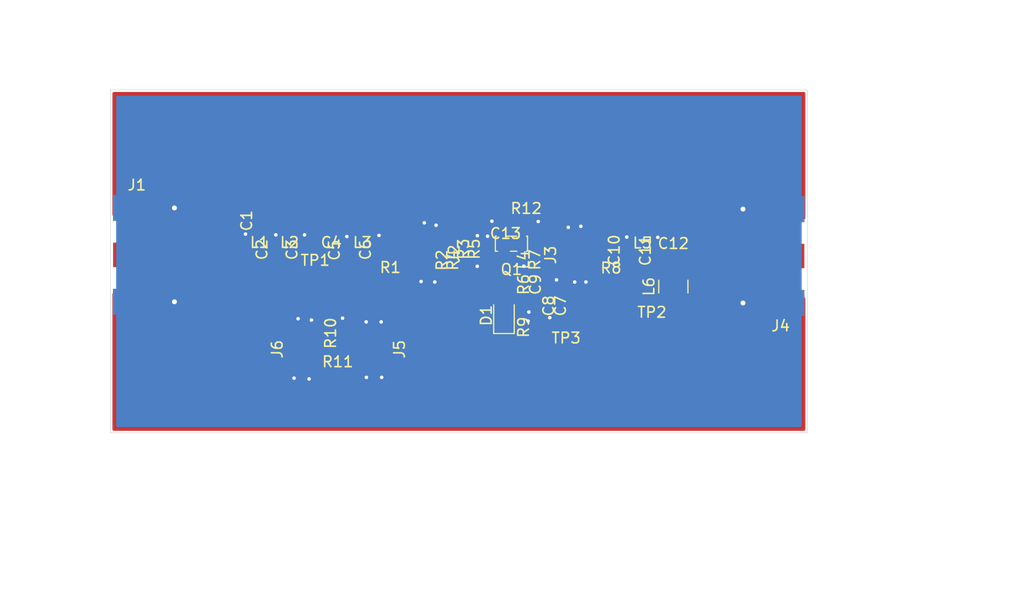
<source format=kicad_pcb>
(kicad_pcb (version 20171130) (host pcbnew 5.1.2-f72e74a~84~ubuntu18.04.1)

  (general
    (thickness 1.6)
    (drawings 4)
    (tracks 221)
    (zones 0)
    (modules 42)
    (nets 18)
  )

  (page A4)
  (layers
    (0 F.Cu signal)
    (31 B.Cu signal)
    (32 B.Adhes user)
    (33 F.Adhes user)
    (34 B.Paste user)
    (35 F.Paste user)
    (36 B.SilkS user)
    (37 F.SilkS user)
    (38 B.Mask user)
    (39 F.Mask user)
    (40 Dwgs.User user)
    (41 Cmts.User user)
    (42 Eco1.User user)
    (43 Eco2.User user)
    (44 Edge.Cuts user)
    (45 Margin user)
    (46 B.CrtYd user)
    (47 F.CrtYd user)
    (48 B.Fab user)
    (49 F.Fab user)
  )

  (setup
    (last_trace_width 0.8492)
    (user_trace_width 0.16)
    (user_trace_width 0.2)
    (user_trace_width 0.25)
    (user_trace_width 0.3)
    (user_trace_width 0.8492)
    (user_trace_width 1.4444)
    (trace_clearance 0.16)
    (zone_clearance 0.16)
    (zone_45_only no)
    (trace_min 0.16)
    (via_size 0.69)
    (via_drill 0.33)
    (via_min_size 0.4)
    (via_min_drill 0.3)
    (uvia_size 0.3)
    (uvia_drill 0.1)
    (uvias_allowed no)
    (uvia_min_size 0.2)
    (uvia_min_drill 0.1)
    (edge_width 0.05)
    (segment_width 0.2)
    (pcb_text_width 0.3)
    (pcb_text_size 1.5 1.5)
    (mod_edge_width 0.12)
    (mod_text_size 1 1)
    (mod_text_width 0.15)
    (pad_size 0.9652 0.9652)
    (pad_drill 0)
    (pad_to_mask_clearance 0.051)
    (solder_mask_min_width 0.25)
    (aux_axis_origin 0 0)
    (visible_elements FFFFFF7F)
    (pcbplotparams
      (layerselection 0x010fc_ffffffff)
      (usegerberextensions false)
      (usegerberattributes false)
      (usegerberadvancedattributes false)
      (creategerberjobfile false)
      (excludeedgelayer true)
      (linewidth 0.100000)
      (plotframeref false)
      (viasonmask false)
      (mode 1)
      (useauxorigin false)
      (hpglpennumber 1)
      (hpglpenspeed 20)
      (hpglpendiameter 15.000000)
      (psnegative false)
      (psa4output false)
      (plotreference true)
      (plotvalue true)
      (plotinvisibletext false)
      (padsonsilk false)
      (subtractmaskfromsilk false)
      (outputformat 1)
      (mirror false)
      (drillshape 1)
      (scaleselection 1)
      (outputdirectory ""))
  )

  (net 0 "")
  (net 1 GND)
  (net 2 "Net-(C1-Pad1)")
  (net 3 "Net-(C2-Pad1)")
  (net 4 "Net-(C3-Pad1)")
  (net 5 "Net-(C4-Pad2)")
  (net 6 "Net-(C6-Pad1)")
  (net 7 "Net-(C10-Pad1)")
  (net 8 "Net-(C11-Pad1)")
  (net 9 "Net-(C12-Pad2)")
  (net 10 "Net-(D1-Pad1)")
  (net 11 "Net-(J2-Pad1)")
  (net 12 "Net-(J3-Pad1)")
  (net 13 "Net-(J5-Pad1)")
  (net 14 "Net-(J6-Pad1)")
  (net 15 "Net-(L4-Pad1)")
  (net 16 "Net-(C13-Pad1)")
  (net 17 /VCC)

  (net_class Default "This is the default net class."
    (clearance 0.16)
    (trace_width 0.16)
    (via_dia 0.69)
    (via_drill 0.33)
    (uvia_dia 0.3)
    (uvia_drill 0.1)
    (add_net /VCC)
    (add_net GND)
  )

  (net_class RF1 ""
    (clearance 0.16)
    (trace_width 0.849)
    (via_dia 0.69)
    (via_drill 0.33)
    (uvia_dia 0.3)
    (uvia_drill 0.1)
    (add_net "Net-(C1-Pad1)")
    (add_net "Net-(C10-Pad1)")
    (add_net "Net-(C11-Pad1)")
    (add_net "Net-(C12-Pad2)")
    (add_net "Net-(C13-Pad1)")
    (add_net "Net-(C2-Pad1)")
    (add_net "Net-(C3-Pad1)")
    (add_net "Net-(C4-Pad2)")
    (add_net "Net-(C6-Pad1)")
    (add_net "Net-(D1-Pad1)")
    (add_net "Net-(J2-Pad1)")
    (add_net "Net-(J3-Pad1)")
    (add_net "Net-(J5-Pad1)")
    (add_net "Net-(J6-Pad1)")
    (add_net "Net-(L4-Pad1)")
  )

  (module iss_lna:142-0701-801-with-taper (layer F.Cu) (tedit 5D29650D) (tstamp 5D2857C6)
    (at 143.965 57.5 270)
    (path /5D244E7D)
    (fp_text reference J4 (at 6.52 2.46) (layer F.SilkS)
      (effects (font (size 1 1) (thickness 0.15)))
    )
    (fp_text value SMA (at 6.7 5.65) (layer F.Fab)
      (effects (font (size 1 1) (thickness 0.15)))
    )
    (fp_line (start -5.6 0) (end 5.6 0) (layer F.Fab) (width 0.12))
    (pad 2 smd custom (at 3.91 8.81 270) (size 0.9652 0.9652) (layers F.Cu)
      (net 1 GND) (zone_connect 2)
      (options (clearance outline) (anchor rect))
      (primitives
        (gr_poly (pts
           (xy -0.72 -3.73) (xy -1.24 -3.32) (xy -1.38 -3.15) (xy -1.54 -2.99) (xy -1.77 -2.68)
           (xy -2.13 -2.025) (xy -2.59 -0.75) (xy -3.3 1.81) (xy 1.68 1.81) (xy 1.68 -3.73)
) (width 0))
      ))
    (pad 1 smd custom (at -0.04 7.28 270) (size 0.9652 0.9652) (layers F.Cu)
      (net 9 "Net-(C12-Pad2)") (zone_connect 0)
      (options (clearance outline) (anchor rect))
      (primitives
        (gr_poly (pts
           (xy -0.83 0.78) (xy -1.05 -0.5) (xy -1.16 -1.14) (xy -1.215 -1.46) (xy -1.27 -1.78)
           (xy 1.35 -1.78) (xy 0.47 3.34) (xy -0.39 3.34)) (width 0))
      ))
    (pad 2 smd custom (at -3.04 9.83 270) (size 0.9652 0.9652) (layers F.Cu)
      (net 1 GND) (zone_connect 2)
      (options (clearance outline) (anchor rect))
      (primitives
        (gr_poly (pts
           (xy -0.14 -4.75) (xy 0.38 -4.34) (xy 0.52 -4.17) (xy 0.68 -4.01) (xy 0.91 -3.7)
           (xy 1.27 -3.045) (xy 1.73 -1.77) (xy 2.44 0.79) (xy -2.54 0.79) (xy -2.54 -4.75)
) (width 0))
      ))
    (pad 2 smd rect (at 4.3815 2.665 270) (size 2.413 4.83) (layers F.Cu F.Paste F.Mask)
      (net 1 GND))
    (pad 1 smd rect (at 0 2.665 270) (size 2.286 4.83) (layers F.Cu F.Paste F.Mask)
      (net 9 "Net-(C12-Pad2)"))
    (pad 2 smd rect (at -4.3815 2.665 270) (size 2.413 4.83) (layers F.Cu F.Paste F.Mask)
      (net 1 GND))
    (pad 1 smd trapezoid (at 0 5.16255 270) (size 2.4511 0.1651) (rect_delta 0 0.1651 ) (layers F.Cu F.Paste F.Mask)
      (net 9 "Net-(C12-Pad2)"))
    (pad 1 smd rect (at 0 5.3721 270) (size 2.6162 0.254) (layers F.Cu F.Paste F.Mask)
      (net 9 "Net-(C12-Pad2)"))
    (pad 2 thru_hole circle (at -4.3815 5.969 270) (size 0.9652 0.9652) (drill 0.4572) (layers *.Cu *.Mask)
      (net 1 GND))
    (pad 2 thru_hole circle (at 4.3815 5.969 270) (size 0.9652 0.9652) (drill 0.4572) (layers *.Cu *.Mask)
      (net 1 GND))
    (pad 2 smd rect (at -4.3815 2.65 270) (size 2.413 4.83) (layers B.Cu F.Paste F.Mask)
      (net 1 GND))
    (pad 2 smd rect (at 4.3815 2.665 270) (size 2.413 4.83) (layers B.Cu F.Paste F.Mask)
      (net 1 GND))
  )

  (module iss_lna:142-0701-801-with-taper (layer F.Cu) (tedit 5D296503) (tstamp 5D28578C)
    (at 79 57.39 90)
    (path /5D24503E)
    (fp_text reference J1 (at 6.52 2.46) (layer F.SilkS)
      (effects (font (size 1 1) (thickness 0.15)))
    )
    (fp_text value SMA (at 6.7 5.65) (layer F.Fab)
      (effects (font (size 1 1) (thickness 0.15)))
    )
    (fp_line (start -5.6 0) (end 5.6 0) (layer F.Fab) (width 0.12))
    (pad 2 smd custom (at 3.91 8.81 90) (size 0.9652 0.9652) (layers F.Cu)
      (net 1 GND) (zone_connect 2)
      (options (clearance outline) (anchor rect))
      (primitives
        (gr_poly (pts
           (xy -0.72 -3.73) (xy -1.24 -3.32) (xy -1.38 -3.15) (xy -1.54 -2.99) (xy -1.77 -2.68)
           (xy -2.13 -2.025) (xy -2.59 -0.75) (xy -3.3 1.81) (xy 1.68 1.81) (xy 1.68 -3.73)
) (width 0))
      ))
    (pad 1 smd custom (at -0.04 7.28 90) (size 0.9652 0.9652) (layers F.Cu)
      (net 2 "Net-(C1-Pad1)") (zone_connect 0)
      (options (clearance outline) (anchor rect))
      (primitives
        (gr_poly (pts
           (xy -0.83 0.78) (xy -1.05 -0.5) (xy -1.16 -1.14) (xy -1.215 -1.46) (xy -1.27 -1.78)
           (xy 1.35 -1.78) (xy 0.47 3.34) (xy -0.39 3.34)) (width 0))
      ))
    (pad 2 smd custom (at -3.04 9.83 90) (size 0.9652 0.9652) (layers F.Cu)
      (net 1 GND) (zone_connect 2)
      (options (clearance outline) (anchor rect))
      (primitives
        (gr_poly (pts
           (xy -0.14 -4.75) (xy 0.38 -4.34) (xy 0.52 -4.17) (xy 0.68 -4.01) (xy 0.91 -3.7)
           (xy 1.27 -3.045) (xy 1.73 -1.77) (xy 2.44 0.79) (xy -2.54 0.79) (xy -2.54 -4.75)
) (width 0))
      ))
    (pad 2 smd rect (at 4.3815 2.665 90) (size 2.413 4.83) (layers F.Cu F.Paste F.Mask)
      (net 1 GND))
    (pad 1 smd rect (at 0 2.665 90) (size 2.286 4.83) (layers F.Cu F.Paste F.Mask)
      (net 2 "Net-(C1-Pad1)"))
    (pad 2 smd rect (at -4.3815 2.665 90) (size 2.413 4.83) (layers F.Cu F.Paste F.Mask)
      (net 1 GND))
    (pad 1 smd trapezoid (at 0 5.16255 90) (size 2.4511 0.1651) (rect_delta 0 0.1651 ) (layers F.Cu F.Paste F.Mask)
      (net 2 "Net-(C1-Pad1)"))
    (pad 1 smd rect (at 0 5.3721 90) (size 2.6162 0.254) (layers F.Cu F.Paste F.Mask)
      (net 2 "Net-(C1-Pad1)"))
    (pad 2 thru_hole circle (at -4.3815 5.969 90) (size 0.9652 0.9652) (drill 0.4572) (layers *.Cu *.Mask)
      (net 1 GND))
    (pad 2 thru_hole circle (at 4.3815 5.969 90) (size 0.9652 0.9652) (drill 0.4572) (layers *.Cu *.Mask)
      (net 1 GND))
    (pad 2 smd rect (at -4.3815 2.65 90) (size 2.413 4.83) (layers B.Cu F.Paste F.Mask)
      (net 1 GND))
    (pad 2 smd rect (at 4.3815 2.665 90) (size 2.413 4.83) (layers B.Cu F.Paste F.Mask)
      (net 1 GND))
  )

  (module Resistor_SMD:R_0402_1005Metric (layer F.Cu) (tedit 5B301BBD) (tstamp 5D2858D1)
    (at 119.75 57.85 90)
    (descr "Resistor SMD 0402 (1005 Metric), square (rectangular) end terminal, IPC_7351 nominal, (Body size source: http://www.tortai-tech.com/upload/download/2011102023233369053.pdf), generated with kicad-footprint-generator")
    (tags resistor)
    (path /5D29BD11)
    (attr smd)
    (fp_text reference R7 (at 0 -1.17 90) (layer F.SilkS)
      (effects (font (size 1 1) (thickness 0.15)))
    )
    (fp_text value 0R (at 0 1.17 90) (layer F.Fab)
      (effects (font (size 1 1) (thickness 0.15)))
    )
    (fp_text user %R (at 0 0 90) (layer F.Fab)
      (effects (font (size 0.25 0.25) (thickness 0.04)))
    )
    (fp_line (start 0.93 0.47) (end -0.93 0.47) (layer F.CrtYd) (width 0.05))
    (fp_line (start 0.93 -0.47) (end 0.93 0.47) (layer F.CrtYd) (width 0.05))
    (fp_line (start -0.93 -0.47) (end 0.93 -0.47) (layer F.CrtYd) (width 0.05))
    (fp_line (start -0.93 0.47) (end -0.93 -0.47) (layer F.CrtYd) (width 0.05))
    (fp_line (start 0.5 0.25) (end -0.5 0.25) (layer F.Fab) (width 0.1))
    (fp_line (start 0.5 -0.25) (end 0.5 0.25) (layer F.Fab) (width 0.1))
    (fp_line (start -0.5 -0.25) (end 0.5 -0.25) (layer F.Fab) (width 0.1))
    (fp_line (start -0.5 0.25) (end -0.5 -0.25) (layer F.Fab) (width 0.1))
    (pad 2 smd roundrect (at 0.485 0 90) (size 0.59 0.64) (layers F.Cu F.Paste F.Mask) (roundrect_rratio 0.25)
      (net 12 "Net-(J3-Pad1)"))
    (pad 1 smd roundrect (at -0.485 0 90) (size 0.59 0.64) (layers F.Cu F.Paste F.Mask) (roundrect_rratio 0.25)
      (net 15 "Net-(L4-Pad1)"))
    (model ${KISYS3DMOD}/Resistor_SMD.3dshapes/R_0402_1005Metric.wrl
      (at (xyz 0 0 0))
      (scale (xyz 1 1 1))
      (rotate (xyz 0 0 0))
    )
  )

  (module Resistor_SMD:R_0402_1005Metric (layer F.Cu) (tedit 5B301BBD) (tstamp 5D28B596)
    (at 117.775 54.225)
    (descr "Resistor SMD 0402 (1005 Metric), square (rectangular) end terminal, IPC_7351 nominal, (Body size source: http://www.tortai-tech.com/upload/download/2011102023233369053.pdf), generated with kicad-footprint-generator")
    (tags resistor)
    (path /5D2F8481)
    (attr smd)
    (fp_text reference R12 (at 0 -1.17) (layer F.SilkS)
      (effects (font (size 1 1) (thickness 0.15)))
    )
    (fp_text value 0R (at 0 1.17) (layer F.Fab)
      (effects (font (size 1 1) (thickness 0.15)))
    )
    (fp_text user %R (at 0 0) (layer F.Fab)
      (effects (font (size 0.25 0.25) (thickness 0.04)))
    )
    (fp_line (start 0.93 0.47) (end -0.93 0.47) (layer F.CrtYd) (width 0.05))
    (fp_line (start 0.93 -0.47) (end 0.93 0.47) (layer F.CrtYd) (width 0.05))
    (fp_line (start -0.93 -0.47) (end 0.93 -0.47) (layer F.CrtYd) (width 0.05))
    (fp_line (start -0.93 0.47) (end -0.93 -0.47) (layer F.CrtYd) (width 0.05))
    (fp_line (start 0.5 0.25) (end -0.5 0.25) (layer F.Fab) (width 0.1))
    (fp_line (start 0.5 -0.25) (end 0.5 0.25) (layer F.Fab) (width 0.1))
    (fp_line (start -0.5 -0.25) (end 0.5 -0.25) (layer F.Fab) (width 0.1))
    (fp_line (start -0.5 0.25) (end -0.5 -0.25) (layer F.Fab) (width 0.1))
    (pad 2 smd roundrect (at 0.485 0) (size 0.59 0.64) (layers F.Cu F.Paste F.Mask) (roundrect_rratio 0.25)
      (net 1 GND))
    (pad 1 smd roundrect (at -0.485 0) (size 0.59 0.64) (layers F.Cu F.Paste F.Mask) (roundrect_rratio 0.25)
      (net 16 "Net-(C13-Pad1)"))
    (model ${KISYS3DMOD}/Resistor_SMD.3dshapes/R_0402_1005Metric.wrl
      (at (xyz 0 0 0))
      (scale (xyz 1 1 1))
      (rotate (xyz 0 0 0))
    )
  )

  (module Capacitor_SMD:C_0402_1005Metric (layer F.Cu) (tedit 5B301BBE) (tstamp 5D28B279)
    (at 115.85 54.225 180)
    (descr "Capacitor SMD 0402 (1005 Metric), square (rectangular) end terminal, IPC_7351 nominal, (Body size source: http://www.tortai-tech.com/upload/download/2011102023233369053.pdf), generated with kicad-footprint-generator")
    (tags capacitor)
    (path /5D2BD105)
    (attr smd)
    (fp_text reference C13 (at 0 -1.17) (layer F.SilkS)
      (effects (font (size 1 1) (thickness 0.15)))
    )
    (fp_text value "470 pF" (at 0 1.17) (layer F.Fab)
      (effects (font (size 1 1) (thickness 0.15)))
    )
    (fp_text user %R (at 0 0) (layer F.Fab)
      (effects (font (size 0.25 0.25) (thickness 0.04)))
    )
    (fp_line (start 0.93 0.47) (end -0.93 0.47) (layer F.CrtYd) (width 0.05))
    (fp_line (start 0.93 -0.47) (end 0.93 0.47) (layer F.CrtYd) (width 0.05))
    (fp_line (start -0.93 -0.47) (end 0.93 -0.47) (layer F.CrtYd) (width 0.05))
    (fp_line (start -0.93 0.47) (end -0.93 -0.47) (layer F.CrtYd) (width 0.05))
    (fp_line (start 0.5 0.25) (end -0.5 0.25) (layer F.Fab) (width 0.1))
    (fp_line (start 0.5 -0.25) (end 0.5 0.25) (layer F.Fab) (width 0.1))
    (fp_line (start -0.5 -0.25) (end 0.5 -0.25) (layer F.Fab) (width 0.1))
    (fp_line (start -0.5 0.25) (end -0.5 -0.25) (layer F.Fab) (width 0.1))
    (pad 2 smd roundrect (at 0.485 0 180) (size 0.59 0.64) (layers F.Cu F.Paste F.Mask) (roundrect_rratio 0.25)
      (net 1 GND))
    (pad 1 smd roundrect (at -0.485 0 180) (size 0.59 0.64) (layers F.Cu F.Paste F.Mask) (roundrect_rratio 0.25)
      (net 16 "Net-(C13-Pad1)"))
    (model ${KISYS3DMOD}/Capacitor_SMD.3dshapes/C_0402_1005Metric.wrl
      (at (xyz 0 0 0))
      (scale (xyz 1 1 1))
      (rotate (xyz 0 0 0))
    )
  )

  (module iss_lna:Probe_Point_0.5mm (layer F.Cu) (tedit 5D27F57B) (tstamp 5D28591C)
    (at 121.5 64.65)
    (path /5D28B460)
    (fp_text reference TP3 (at 0 0.5) (layer F.SilkS)
      (effects (font (size 1 1) (thickness 0.15)))
    )
    (fp_text value TestPoint (at 0 -0.5) (layer F.Fab)
      (effects (font (size 1 1) (thickness 0.15)))
    )
    (pad 1 smd circle (at 0 0) (size 0.5 0.5) (layers F.Cu F.Paste F.Mask)
      (net 1 GND))
  )

  (module iss_lna:Probe_Point_0.5mm (layer F.Cu) (tedit 5D27F57B) (tstamp 5D285917)
    (at 129.5 62.25)
    (path /5D287FEA)
    (fp_text reference TP2 (at 0 0.5) (layer F.SilkS)
      (effects (font (size 1 1) (thickness 0.15)))
    )
    (fp_text value TestPoint (at 0 -0.5) (layer F.Fab)
      (effects (font (size 1 1) (thickness 0.15)))
    )
    (pad 1 smd circle (at 0 0) (size 0.5 0.5) (layers F.Cu F.Paste F.Mask)
      (net 17 /VCC))
  )

  (module iss_lna:Probe_Point_0.5mm (layer F.Cu) (tedit 5D27F57B) (tstamp 5D285912)
    (at 98.1 57.4)
    (path /5D36E8D2)
    (fp_text reference TP1 (at 0 0.5) (layer F.SilkS)
      (effects (font (size 1 1) (thickness 0.15)))
    )
    (fp_text value TestPoint (at 0 -0.5) (layer F.Fab)
      (effects (font (size 1 1) (thickness 0.15)))
    )
    (pad 1 smd circle (at 0 0) (size 0.5 0.5) (layers F.Cu F.Paste F.Mask)
      (net 4 "Net-(C3-Pad1)"))
  )

  (module Resistor_SMD:R_0402_1005Metric (layer F.Cu) (tedit 5B301BBD) (tstamp 5D28590D)
    (at 100.2 66.2 180)
    (descr "Resistor SMD 0402 (1005 Metric), square (rectangular) end terminal, IPC_7351 nominal, (Body size source: http://www.tortai-tech.com/upload/download/2011102023233369053.pdf), generated with kicad-footprint-generator")
    (tags resistor)
    (path /5D3D6298)
    (attr smd)
    (fp_text reference R11 (at 0 -1.17) (layer F.SilkS)
      (effects (font (size 1 1) (thickness 0.15)))
    )
    (fp_text value DNP (at 0 1.17) (layer F.Fab)
      (effects (font (size 1 1) (thickness 0.15)))
    )
    (fp_text user %R (at 0 0) (layer F.Fab)
      (effects (font (size 0.25 0.25) (thickness 0.04)))
    )
    (fp_line (start 0.93 0.47) (end -0.93 0.47) (layer F.CrtYd) (width 0.05))
    (fp_line (start 0.93 -0.47) (end 0.93 0.47) (layer F.CrtYd) (width 0.05))
    (fp_line (start -0.93 -0.47) (end 0.93 -0.47) (layer F.CrtYd) (width 0.05))
    (fp_line (start -0.93 0.47) (end -0.93 -0.47) (layer F.CrtYd) (width 0.05))
    (fp_line (start 0.5 0.25) (end -0.5 0.25) (layer F.Fab) (width 0.1))
    (fp_line (start 0.5 -0.25) (end 0.5 0.25) (layer F.Fab) (width 0.1))
    (fp_line (start -0.5 -0.25) (end 0.5 -0.25) (layer F.Fab) (width 0.1))
    (fp_line (start -0.5 0.25) (end -0.5 -0.25) (layer F.Fab) (width 0.1))
    (pad 2 smd roundrect (at 0.485 0 180) (size 0.59 0.64) (layers F.Cu F.Paste F.Mask) (roundrect_rratio 0.25)
      (net 14 "Net-(J6-Pad1)"))
    (pad 1 smd roundrect (at -0.485 0 180) (size 0.59 0.64) (layers F.Cu F.Paste F.Mask) (roundrect_rratio 0.25)
      (net 13 "Net-(J5-Pad1)"))
    (model ${KISYS3DMOD}/Resistor_SMD.3dshapes/R_0402_1005Metric.wrl
      (at (xyz 0 0 0))
      (scale (xyz 1 1 1))
      (rotate (xyz 0 0 0))
    )
  )

  (module Resistor_SMD:R_0402_1005Metric (layer F.Cu) (tedit 5B301BBD) (tstamp 5D28BA08)
    (at 100.7 64.7 90)
    (descr "Resistor SMD 0402 (1005 Metric), square (rectangular) end terminal, IPC_7351 nominal, (Body size source: http://www.tortai-tech.com/upload/download/2011102023233369053.pdf), generated with kicad-footprint-generator")
    (tags resistor)
    (path /5D3D8EE9)
    (attr smd)
    (fp_text reference R10 (at 0 -1.17 90) (layer F.SilkS)
      (effects (font (size 1 1) (thickness 0.15)))
    )
    (fp_text value DNP (at 0 1.17 90) (layer F.Fab)
      (effects (font (size 1 1) (thickness 0.15)))
    )
    (fp_text user %R (at 0 0 90) (layer F.Fab)
      (effects (font (size 0.25 0.25) (thickness 0.04)))
    )
    (fp_line (start 0.93 0.47) (end -0.93 0.47) (layer F.CrtYd) (width 0.05))
    (fp_line (start 0.93 -0.47) (end 0.93 0.47) (layer F.CrtYd) (width 0.05))
    (fp_line (start -0.93 -0.47) (end 0.93 -0.47) (layer F.CrtYd) (width 0.05))
    (fp_line (start -0.93 0.47) (end -0.93 -0.47) (layer F.CrtYd) (width 0.05))
    (fp_line (start 0.5 0.25) (end -0.5 0.25) (layer F.Fab) (width 0.1))
    (fp_line (start 0.5 -0.25) (end 0.5 0.25) (layer F.Fab) (width 0.1))
    (fp_line (start -0.5 -0.25) (end 0.5 -0.25) (layer F.Fab) (width 0.1))
    (fp_line (start -0.5 0.25) (end -0.5 -0.25) (layer F.Fab) (width 0.1))
    (pad 2 smd roundrect (at 0.485 0 90) (size 0.59 0.64) (layers F.Cu F.Paste F.Mask) (roundrect_rratio 0.25)
      (net 1 GND))
    (pad 1 smd roundrect (at -0.485 0 90) (size 0.59 0.64) (layers F.Cu F.Paste F.Mask) (roundrect_rratio 0.25)
      (net 13 "Net-(J5-Pad1)"))
    (model ${KISYS3DMOD}/Resistor_SMD.3dshapes/R_0402_1005Metric.wrl
      (at (xyz 0 0 0))
      (scale (xyz 1 1 1))
      (rotate (xyz 0 0 0))
    )
  )

  (module Resistor_SMD:R_0402_1005Metric (layer F.Cu) (tedit 5B301BBD) (tstamp 5D2858EF)
    (at 118.7 64.15 90)
    (descr "Resistor SMD 0402 (1005 Metric), square (rectangular) end terminal, IPC_7351 nominal, (Body size source: http://www.tortai-tech.com/upload/download/2011102023233369053.pdf), generated with kicad-footprint-generator")
    (tags resistor)
    (path /5D3770E8)
    (attr smd)
    (fp_text reference R9 (at 0 -1.17 90) (layer F.SilkS)
      (effects (font (size 1 1) (thickness 0.15)))
    )
    (fp_text value 2k2R (at 0 1.17 90) (layer F.Fab)
      (effects (font (size 1 1) (thickness 0.15)))
    )
    (fp_text user %R (at 0 0 90) (layer F.Fab)
      (effects (font (size 0.25 0.25) (thickness 0.04)))
    )
    (fp_line (start 0.93 0.47) (end -0.93 0.47) (layer F.CrtYd) (width 0.05))
    (fp_line (start 0.93 -0.47) (end 0.93 0.47) (layer F.CrtYd) (width 0.05))
    (fp_line (start -0.93 -0.47) (end 0.93 -0.47) (layer F.CrtYd) (width 0.05))
    (fp_line (start -0.93 0.47) (end -0.93 -0.47) (layer F.CrtYd) (width 0.05))
    (fp_line (start 0.5 0.25) (end -0.5 0.25) (layer F.Fab) (width 0.1))
    (fp_line (start 0.5 -0.25) (end 0.5 0.25) (layer F.Fab) (width 0.1))
    (fp_line (start -0.5 -0.25) (end 0.5 -0.25) (layer F.Fab) (width 0.1))
    (fp_line (start -0.5 0.25) (end -0.5 -0.25) (layer F.Fab) (width 0.1))
    (pad 2 smd roundrect (at 0.485 0 90) (size 0.59 0.64) (layers F.Cu F.Paste F.Mask) (roundrect_rratio 0.25)
      (net 1 GND))
    (pad 1 smd roundrect (at -0.485 0 90) (size 0.59 0.64) (layers F.Cu F.Paste F.Mask) (roundrect_rratio 0.25)
      (net 10 "Net-(D1-Pad1)"))
    (model ${KISYS3DMOD}/Resistor_SMD.3dshapes/R_0402_1005Metric.wrl
      (at (xyz 0 0 0))
      (scale (xyz 1 1 1))
      (rotate (xyz 0 0 0))
    )
  )

  (module Resistor_SMD:R_0402_1005Metric (layer F.Cu) (tedit 5B301BBD) (tstamp 5D2858E0)
    (at 125.685 57.45 180)
    (descr "Resistor SMD 0402 (1005 Metric), square (rectangular) end terminal, IPC_7351 nominal, (Body size source: http://www.tortai-tech.com/upload/download/2011102023233369053.pdf), generated with kicad-footprint-generator")
    (tags resistor)
    (path /5D35B6EE)
    (attr smd)
    (fp_text reference R8 (at 0 -1.17) (layer F.SilkS)
      (effects (font (size 1 1) (thickness 0.15)))
    )
    (fp_text value 0R (at 0 1.17) (layer F.Fab)
      (effects (font (size 1 1) (thickness 0.15)))
    )
    (fp_text user %R (at 0 0) (layer F.Fab)
      (effects (font (size 0.25 0.25) (thickness 0.04)))
    )
    (fp_line (start 0.93 0.47) (end -0.93 0.47) (layer F.CrtYd) (width 0.05))
    (fp_line (start 0.93 -0.47) (end 0.93 0.47) (layer F.CrtYd) (width 0.05))
    (fp_line (start -0.93 -0.47) (end 0.93 -0.47) (layer F.CrtYd) (width 0.05))
    (fp_line (start -0.93 0.47) (end -0.93 -0.47) (layer F.CrtYd) (width 0.05))
    (fp_line (start 0.5 0.25) (end -0.5 0.25) (layer F.Fab) (width 0.1))
    (fp_line (start 0.5 -0.25) (end 0.5 0.25) (layer F.Fab) (width 0.1))
    (fp_line (start -0.5 -0.25) (end 0.5 -0.25) (layer F.Fab) (width 0.1))
    (fp_line (start -0.5 0.25) (end -0.5 -0.25) (layer F.Fab) (width 0.1))
    (pad 2 smd roundrect (at 0.485 0 180) (size 0.59 0.64) (layers F.Cu F.Paste F.Mask) (roundrect_rratio 0.25)
      (net 12 "Net-(J3-Pad1)"))
    (pad 1 smd roundrect (at -0.485 0 180) (size 0.59 0.64) (layers F.Cu F.Paste F.Mask) (roundrect_rratio 0.25)
      (net 7 "Net-(C10-Pad1)"))
    (model ${KISYS3DMOD}/Resistor_SMD.3dshapes/R_0402_1005Metric.wrl
      (at (xyz 0 0 0))
      (scale (xyz 1 1 1))
      (rotate (xyz 0 0 0))
    )
  )

  (module Resistor_SMD:R_0402_1005Metric (layer F.Cu) (tedit 5B301BBD) (tstamp 5D2858C2)
    (at 118.7 60.15 90)
    (descr "Resistor SMD 0402 (1005 Metric), square (rectangular) end terminal, IPC_7351 nominal, (Body size source: http://www.tortai-tech.com/upload/download/2011102023233369053.pdf), generated with kicad-footprint-generator")
    (tags resistor)
    (path /5D294CEB)
    (attr smd)
    (fp_text reference R6 (at 0 -1.17 90) (layer F.SilkS)
      (effects (font (size 1 1) (thickness 0.15)))
    )
    (fp_text value 120R (at 0 1.17 90) (layer F.Fab)
      (effects (font (size 1 1) (thickness 0.15)))
    )
    (fp_text user %R (at 0 0 90) (layer F.Fab)
      (effects (font (size 0.25 0.25) (thickness 0.04)))
    )
    (fp_line (start 0.93 0.47) (end -0.93 0.47) (layer F.CrtYd) (width 0.05))
    (fp_line (start 0.93 -0.47) (end 0.93 0.47) (layer F.CrtYd) (width 0.05))
    (fp_line (start -0.93 -0.47) (end 0.93 -0.47) (layer F.CrtYd) (width 0.05))
    (fp_line (start -0.93 0.47) (end -0.93 -0.47) (layer F.CrtYd) (width 0.05))
    (fp_line (start 0.5 0.25) (end -0.5 0.25) (layer F.Fab) (width 0.1))
    (fp_line (start 0.5 -0.25) (end 0.5 0.25) (layer F.Fab) (width 0.1))
    (fp_line (start -0.5 -0.25) (end 0.5 -0.25) (layer F.Fab) (width 0.1))
    (fp_line (start -0.5 0.25) (end -0.5 -0.25) (layer F.Fab) (width 0.1))
    (pad 2 smd roundrect (at 0.485 0 90) (size 0.59 0.64) (layers F.Cu F.Paste F.Mask) (roundrect_rratio 0.25)
      (net 15 "Net-(L4-Pad1)"))
    (pad 1 smd roundrect (at -0.485 0 90) (size 0.59 0.64) (layers F.Cu F.Paste F.Mask) (roundrect_rratio 0.25)
      (net 17 /VCC))
    (model ${KISYS3DMOD}/Resistor_SMD.3dshapes/R_0402_1005Metric.wrl
      (at (xyz 0 0 0))
      (scale (xyz 1 1 1))
      (rotate (xyz 0 0 0))
    )
  )

  (module Resistor_SMD:R_0402_1005Metric (layer F.Cu) (tedit 5B301BBD) (tstamp 5D2858B3)
    (at 114.1 56.85 90)
    (descr "Resistor SMD 0402 (1005 Metric), square (rectangular) end terminal, IPC_7351 nominal, (Body size source: http://www.tortai-tech.com/upload/download/2011102023233369053.pdf), generated with kicad-footprint-generator")
    (tags resistor)
    (path /5D24B75C)
    (attr smd)
    (fp_text reference R5 (at 0 -1.17 90) (layer F.SilkS)
      (effects (font (size 1 1) (thickness 0.15)))
    )
    (fp_text value 1.2kR (at 0 1.17 90) (layer F.Fab)
      (effects (font (size 1 1) (thickness 0.15)))
    )
    (fp_text user %R (at 0 0 90) (layer F.Fab)
      (effects (font (size 0.25 0.25) (thickness 0.04)))
    )
    (fp_line (start 0.93 0.47) (end -0.93 0.47) (layer F.CrtYd) (width 0.05))
    (fp_line (start 0.93 -0.47) (end 0.93 0.47) (layer F.CrtYd) (width 0.05))
    (fp_line (start -0.93 -0.47) (end 0.93 -0.47) (layer F.CrtYd) (width 0.05))
    (fp_line (start -0.93 0.47) (end -0.93 -0.47) (layer F.CrtYd) (width 0.05))
    (fp_line (start 0.5 0.25) (end -0.5 0.25) (layer F.Fab) (width 0.1))
    (fp_line (start 0.5 -0.25) (end 0.5 0.25) (layer F.Fab) (width 0.1))
    (fp_line (start -0.5 -0.25) (end 0.5 -0.25) (layer F.Fab) (width 0.1))
    (fp_line (start -0.5 0.25) (end -0.5 -0.25) (layer F.Fab) (width 0.1))
    (pad 2 smd roundrect (at 0.485 0 90) (size 0.59 0.64) (layers F.Cu F.Paste F.Mask) (roundrect_rratio 0.25)
      (net 1 GND))
    (pad 1 smd roundrect (at -0.485 0 90) (size 0.59 0.64) (layers F.Cu F.Paste F.Mask) (roundrect_rratio 0.25)
      (net 11 "Net-(J2-Pad1)"))
    (model ${KISYS3DMOD}/Resistor_SMD.3dshapes/R_0402_1005Metric.wrl
      (at (xyz 0 0 0))
      (scale (xyz 1 1 1))
      (rotate (xyz 0 0 0))
    )
  )

  (module Resistor_SMD:R_0402_1005Metric (layer F.Cu) (tedit 5B301BBD) (tstamp 5D2858A4)
    (at 112.1 57.88 90)
    (descr "Resistor SMD 0402 (1005 Metric), square (rectangular) end terminal, IPC_7351 nominal, (Body size source: http://www.tortai-tech.com/upload/download/2011102023233369053.pdf), generated with kicad-footprint-generator")
    (tags resistor)
    (path /5D24AD4C)
    (attr smd)
    (fp_text reference R4 (at 0 -1.17 90) (layer F.SilkS)
      (effects (font (size 1 1) (thickness 0.15)))
    )
    (fp_text value 3.9kR (at 0 1.17 90) (layer F.Fab)
      (effects (font (size 1 1) (thickness 0.15)))
    )
    (fp_text user %R (at 0 0 90) (layer F.Fab)
      (effects (font (size 0.25 0.25) (thickness 0.04)))
    )
    (fp_line (start 0.93 0.47) (end -0.93 0.47) (layer F.CrtYd) (width 0.05))
    (fp_line (start 0.93 -0.47) (end 0.93 0.47) (layer F.CrtYd) (width 0.05))
    (fp_line (start -0.93 -0.47) (end 0.93 -0.47) (layer F.CrtYd) (width 0.05))
    (fp_line (start -0.93 0.47) (end -0.93 -0.47) (layer F.CrtYd) (width 0.05))
    (fp_line (start 0.5 0.25) (end -0.5 0.25) (layer F.Fab) (width 0.1))
    (fp_line (start 0.5 -0.25) (end 0.5 0.25) (layer F.Fab) (width 0.1))
    (fp_line (start -0.5 -0.25) (end 0.5 -0.25) (layer F.Fab) (width 0.1))
    (fp_line (start -0.5 0.25) (end -0.5 -0.25) (layer F.Fab) (width 0.1))
    (pad 2 smd roundrect (at 0.485 0 90) (size 0.59 0.64) (layers F.Cu F.Paste F.Mask) (roundrect_rratio 0.25)
      (net 11 "Net-(J2-Pad1)"))
    (pad 1 smd roundrect (at -0.485 0 90) (size 0.59 0.64) (layers F.Cu F.Paste F.Mask) (roundrect_rratio 0.25)
      (net 15 "Net-(L4-Pad1)"))
    (model ${KISYS3DMOD}/Resistor_SMD.3dshapes/R_0402_1005Metric.wrl
      (at (xyz 0 0 0))
      (scale (xyz 1 1 1))
      (rotate (xyz 0 0 0))
    )
  )

  (module Resistor_SMD:R_0402_1005Metric (layer F.Cu) (tedit 5B301BBD) (tstamp 5D285895)
    (at 113.1 56.85 90)
    (descr "Resistor SMD 0402 (1005 Metric), square (rectangular) end terminal, IPC_7351 nominal, (Body size source: http://www.tortai-tech.com/upload/download/2011102023233369053.pdf), generated with kicad-footprint-generator")
    (tags resistor)
    (path /5D29EA7B)
    (attr smd)
    (fp_text reference R3 (at 0 -1.17 90) (layer F.SilkS)
      (effects (font (size 1 1) (thickness 0.15)))
    )
    (fp_text value "DNP 0402" (at 0 1.17 90) (layer F.Fab)
      (effects (font (size 1 1) (thickness 0.15)))
    )
    (fp_text user %R (at 0 0 90) (layer F.Fab)
      (effects (font (size 0.25 0.25) (thickness 0.04)))
    )
    (fp_line (start 0.93 0.47) (end -0.93 0.47) (layer F.CrtYd) (width 0.05))
    (fp_line (start 0.93 -0.47) (end 0.93 0.47) (layer F.CrtYd) (width 0.05))
    (fp_line (start -0.93 -0.47) (end 0.93 -0.47) (layer F.CrtYd) (width 0.05))
    (fp_line (start -0.93 0.47) (end -0.93 -0.47) (layer F.CrtYd) (width 0.05))
    (fp_line (start 0.5 0.25) (end -0.5 0.25) (layer F.Fab) (width 0.1))
    (fp_line (start 0.5 -0.25) (end 0.5 0.25) (layer F.Fab) (width 0.1))
    (fp_line (start -0.5 -0.25) (end 0.5 -0.25) (layer F.Fab) (width 0.1))
    (fp_line (start -0.5 0.25) (end -0.5 -0.25) (layer F.Fab) (width 0.1))
    (pad 2 smd roundrect (at 0.485 0 90) (size 0.59 0.64) (layers F.Cu F.Paste F.Mask) (roundrect_rratio 0.25)
      (net 1 GND))
    (pad 1 smd roundrect (at -0.485 0 90) (size 0.59 0.64) (layers F.Cu F.Paste F.Mask) (roundrect_rratio 0.25)
      (net 11 "Net-(J2-Pad1)"))
    (model ${KISYS3DMOD}/Resistor_SMD.3dshapes/R_0402_1005Metric.wrl
      (at (xyz 0 0 0))
      (scale (xyz 1 1 1))
      (rotate (xyz 0 0 0))
    )
  )

  (module Resistor_SMD:R_0402_1005Metric (layer F.Cu) (tedit 5B301BBD) (tstamp 5D285886)
    (at 111.09 57.89 90)
    (descr "Resistor SMD 0402 (1005 Metric), square (rectangular) end terminal, IPC_7351 nominal, (Body size source: http://www.tortai-tech.com/upload/download/2011102023233369053.pdf), generated with kicad-footprint-generator")
    (tags resistor)
    (path /5D29D75F)
    (attr smd)
    (fp_text reference R2 (at 0 -1.17 90) (layer F.SilkS)
      (effects (font (size 1 1) (thickness 0.15)))
    )
    (fp_text value "DNP 0402" (at 0 1.17 90) (layer F.Fab)
      (effects (font (size 1 1) (thickness 0.15)))
    )
    (fp_text user %R (at 0 0 90) (layer F.Fab)
      (effects (font (size 0.25 0.25) (thickness 0.04)))
    )
    (fp_line (start 0.93 0.47) (end -0.93 0.47) (layer F.CrtYd) (width 0.05))
    (fp_line (start 0.93 -0.47) (end 0.93 0.47) (layer F.CrtYd) (width 0.05))
    (fp_line (start -0.93 -0.47) (end 0.93 -0.47) (layer F.CrtYd) (width 0.05))
    (fp_line (start -0.93 0.47) (end -0.93 -0.47) (layer F.CrtYd) (width 0.05))
    (fp_line (start 0.5 0.25) (end -0.5 0.25) (layer F.Fab) (width 0.1))
    (fp_line (start 0.5 -0.25) (end 0.5 0.25) (layer F.Fab) (width 0.1))
    (fp_line (start -0.5 -0.25) (end 0.5 -0.25) (layer F.Fab) (width 0.1))
    (fp_line (start -0.5 0.25) (end -0.5 -0.25) (layer F.Fab) (width 0.1))
    (pad 2 smd roundrect (at 0.485 0 90) (size 0.59 0.64) (layers F.Cu F.Paste F.Mask) (roundrect_rratio 0.25)
      (net 11 "Net-(J2-Pad1)"))
    (pad 1 smd roundrect (at -0.485 0 90) (size 0.59 0.64) (layers F.Cu F.Paste F.Mask) (roundrect_rratio 0.25)
      (net 15 "Net-(L4-Pad1)"))
    (model ${KISYS3DMOD}/Resistor_SMD.3dshapes/R_0402_1005Metric.wrl
      (at (xyz 0 0 0))
      (scale (xyz 1 1 1))
      (rotate (xyz 0 0 0))
    )
  )

  (module Resistor_SMD:R_0402_1005Metric (layer F.Cu) (tedit 5B301BBD) (tstamp 5D285877)
    (at 105.4 57.4 180)
    (descr "Resistor SMD 0402 (1005 Metric), square (rectangular) end terminal, IPC_7351 nominal, (Body size source: http://www.tortai-tech.com/upload/download/2011102023233369053.pdf), generated with kicad-footprint-generator")
    (tags resistor)
    (path /5D35BF5A)
    (attr smd)
    (fp_text reference R1 (at 0.3 -1.17) (layer F.SilkS)
      (effects (font (size 1 1) (thickness 0.15)))
    )
    (fp_text value 0R (at 0 1.17) (layer F.Fab)
      (effects (font (size 1 1) (thickness 0.15)))
    )
    (fp_text user %R (at 0 0) (layer F.Fab)
      (effects (font (size 0.25 0.25) (thickness 0.04)))
    )
    (fp_line (start 0.93 0.47) (end -0.93 0.47) (layer F.CrtYd) (width 0.05))
    (fp_line (start 0.93 -0.47) (end 0.93 0.47) (layer F.CrtYd) (width 0.05))
    (fp_line (start -0.93 -0.47) (end 0.93 -0.47) (layer F.CrtYd) (width 0.05))
    (fp_line (start -0.93 0.47) (end -0.93 -0.47) (layer F.CrtYd) (width 0.05))
    (fp_line (start 0.5 0.25) (end -0.5 0.25) (layer F.Fab) (width 0.1))
    (fp_line (start 0.5 -0.25) (end 0.5 0.25) (layer F.Fab) (width 0.1))
    (fp_line (start -0.5 -0.25) (end 0.5 -0.25) (layer F.Fab) (width 0.1))
    (fp_line (start -0.5 0.25) (end -0.5 -0.25) (layer F.Fab) (width 0.1))
    (pad 2 smd roundrect (at 0.485 0 180) (size 0.59 0.64) (layers F.Cu F.Paste F.Mask) (roundrect_rratio 0.25)
      (net 6 "Net-(C6-Pad1)"))
    (pad 1 smd roundrect (at -0.485 0 180) (size 0.59 0.64) (layers F.Cu F.Paste F.Mask) (roundrect_rratio 0.25)
      (net 11 "Net-(J2-Pad1)"))
    (model ${KISYS3DMOD}/Resistor_SMD.3dshapes/R_0402_1005Metric.wrl
      (at (xyz 0 0 0))
      (scale (xyz 1 1 1))
      (rotate (xyz 0 0 0))
    )
  )

  (module iss_lna:NXP_SOT143B (layer F.Cu) (tedit 5D27265A) (tstamp 5D285868)
    (at 116.4 56.35)
    (path /5D3A1A86)
    (fp_text reference Q1 (at 0 2.4) (layer F.SilkS)
      (effects (font (size 1 1) (thickness 0.15)))
    )
    (fp_text value BFU520R (at 0 -2.4) (layer F.Fab)
      (effects (font (size 1 1) (thickness 0.15)))
    )
    (fp_line (start -1.6 0.8) (end -1.6 -0.8) (layer F.Fab) (width 0.12))
    (fp_line (start 1.6 0.8) (end -1.6 0.8) (layer F.Fab) (width 0.12))
    (fp_line (start 1.6 -0.8) (end 1.6 0.8) (layer F.Fab) (width 0.12))
    (fp_line (start -1.6 -0.8) (end 1.6 -0.8) (layer F.Fab) (width 0.12))
    (fp_line (start -1.5 -0.7) (end -1.4 -0.7) (layer F.SilkS) (width 0.12))
    (fp_line (start 1.4 -0.7) (end 1.5 -0.7) (layer F.SilkS) (width 0.12))
    (fp_line (start 1.5 0.7) (end 1.4 0.7) (layer F.SilkS) (width 0.12))
    (fp_line (start -1.5 0.7) (end -1.3 0.7) (layer F.SilkS) (width 0.12))
    (fp_line (start -1.5 -0.7) (end -1.5 0.7) (layer F.SilkS) (width 0.12))
    (fp_line (start 1.5 -0.7) (end 1.5 0.7) (layer F.SilkS) (width 0.12))
    (fp_line (start -0.1 0.7) (end 0.5 0.7) (layer F.SilkS) (width 0.12))
    (fp_line (start -0.5 -0.7) (end 0.5 -0.7) (layer F.SilkS) (width 0.12))
    (fp_line (start -1.65 1.5) (end -1.65 -1.5) (layer F.CrtYd) (width 0.12))
    (fp_line (start 1.65 1.5) (end -1.65 1.5) (layer F.CrtYd) (width 0.12))
    (fp_line (start 1.65 -1.5) (end 1.65 1.5) (layer F.CrtYd) (width 0.12))
    (fp_line (start -1.65 -1.5) (end 1.65 -1.5) (layer F.CrtYd) (width 0.12))
    (pad 1 smd rect (at -0.75 1) (size 0.9 0.7) (layers F.Cu F.Paste F.Mask)
      (net 11 "Net-(J2-Pad1)") (solder_mask_margin 0.05) (solder_paste_margin -0.05))
    (pad 2 smd rect (at 0.95 1) (size 0.7 0.7) (layers F.Cu F.Paste F.Mask)
      (net 12 "Net-(J3-Pad1)") (solder_mask_margin 0.05) (solder_paste_margin -0.05))
    (pad 3 smd rect (at 0.95 -1) (size 0.7 0.7) (layers F.Cu F.Paste F.Mask)
      (net 16 "Net-(C13-Pad1)") (solder_mask_margin 0.05) (solder_paste_margin -0.05))
    (pad 4 smd rect (at -0.95 -1) (size 0.7 0.7) (layers F.Cu F.Paste F.Mask)
      (net 16 "Net-(C13-Pad1)") (solder_mask_margin 0.05) (solder_paste_margin -0.05))
  )

  (module Inductor_SMD:L_1210_3225Metric (layer F.Cu) (tedit 5B301BBE) (tstamp 5D285850)
    (at 131.5 60.35 90)
    (descr "Inductor SMD 1210 (3225 Metric), square (rectangular) end terminal, IPC_7351 nominal, (Body size source: http://www.tortai-tech.com/upload/download/2011102023233369053.pdf), generated with kicad-footprint-generator")
    (tags inductor)
    (path /5D246198)
    (attr smd)
    (fp_text reference L6 (at 0 -2.28 90) (layer F.SilkS)
      (effects (font (size 1 1) (thickness 0.15)))
    )
    (fp_text value "10 uH RFC" (at 0 2.28 90) (layer F.Fab)
      (effects (font (size 1 1) (thickness 0.15)))
    )
    (fp_text user %R (at 0 0 90) (layer F.Fab)
      (effects (font (size 0.8 0.8) (thickness 0.12)))
    )
    (fp_line (start 2.28 1.58) (end -2.28 1.58) (layer F.CrtYd) (width 0.05))
    (fp_line (start 2.28 -1.58) (end 2.28 1.58) (layer F.CrtYd) (width 0.05))
    (fp_line (start -2.28 -1.58) (end 2.28 -1.58) (layer F.CrtYd) (width 0.05))
    (fp_line (start -2.28 1.58) (end -2.28 -1.58) (layer F.CrtYd) (width 0.05))
    (fp_line (start -0.602064 1.36) (end 0.602064 1.36) (layer F.SilkS) (width 0.12))
    (fp_line (start -0.602064 -1.36) (end 0.602064 -1.36) (layer F.SilkS) (width 0.12))
    (fp_line (start 1.6 1.25) (end -1.6 1.25) (layer F.Fab) (width 0.1))
    (fp_line (start 1.6 -1.25) (end 1.6 1.25) (layer F.Fab) (width 0.1))
    (fp_line (start -1.6 -1.25) (end 1.6 -1.25) (layer F.Fab) (width 0.1))
    (fp_line (start -1.6 1.25) (end -1.6 -1.25) (layer F.Fab) (width 0.1))
    (pad 2 smd roundrect (at 1.4 0 90) (size 1.25 2.65) (layers F.Cu F.Paste F.Mask) (roundrect_rratio 0.2)
      (net 9 "Net-(C12-Pad2)"))
    (pad 1 smd roundrect (at -1.4 0 90) (size 1.25 2.65) (layers F.Cu F.Paste F.Mask) (roundrect_rratio 0.2)
      (net 17 /VCC))
    (model ${KISYS3DMOD}/Inductor_SMD.3dshapes/L_1210_3225Metric.wrl
      (at (xyz 0 0 0))
      (scale (xyz 1 1 1))
      (rotate (xyz 0 0 0))
    )
  )

  (module Capacitor_SMD:C_0402_1005Metric (layer F.Cu) (tedit 5B301BBE) (tstamp 5D28583F)
    (at 128.6 57.45)
    (descr "Capacitor SMD 0402 (1005 Metric), square (rectangular) end terminal, IPC_7351 nominal, (Body size source: http://www.tortai-tech.com/upload/download/2011102023233369053.pdf), generated with kicad-footprint-generator")
    (tags capacitor)
    (path /5D2BDEE9)
    (attr smd)
    (fp_text reference L5 (at 0 -1.17) (layer F.SilkS)
      (effects (font (size 1 1) (thickness 0.15)))
    )
    (fp_text value DNP (at 0 1.17) (layer F.Fab)
      (effects (font (size 1 1) (thickness 0.15)))
    )
    (fp_text user %R (at 0 0) (layer F.Fab)
      (effects (font (size 0.25 0.25) (thickness 0.04)))
    )
    (fp_line (start 0.93 0.47) (end -0.93 0.47) (layer F.CrtYd) (width 0.05))
    (fp_line (start 0.93 -0.47) (end 0.93 0.47) (layer F.CrtYd) (width 0.05))
    (fp_line (start -0.93 -0.47) (end 0.93 -0.47) (layer F.CrtYd) (width 0.05))
    (fp_line (start -0.93 0.47) (end -0.93 -0.47) (layer F.CrtYd) (width 0.05))
    (fp_line (start 0.5 0.25) (end -0.5 0.25) (layer F.Fab) (width 0.1))
    (fp_line (start 0.5 -0.25) (end 0.5 0.25) (layer F.Fab) (width 0.1))
    (fp_line (start -0.5 -0.25) (end 0.5 -0.25) (layer F.Fab) (width 0.1))
    (fp_line (start -0.5 0.25) (end -0.5 -0.25) (layer F.Fab) (width 0.1))
    (pad 2 smd roundrect (at 0.485 0) (size 0.59 0.64) (layers F.Cu F.Paste F.Mask) (roundrect_rratio 0.25)
      (net 8 "Net-(C11-Pad1)"))
    (pad 1 smd roundrect (at -0.485 0) (size 0.59 0.64) (layers F.Cu F.Paste F.Mask) (roundrect_rratio 0.25)
      (net 7 "Net-(C10-Pad1)"))
    (model ${KISYS3DMOD}/Capacitor_SMD.3dshapes/C_0402_1005Metric.wrl
      (at (xyz 0 0 0))
      (scale (xyz 1 1 1))
      (rotate (xyz 0 0 0))
    )
  )

  (module Capacitor_SMD:C_0402_1005Metric (layer F.Cu) (tedit 5B301BBE) (tstamp 5D28817C)
    (at 118.7 57.865 90)
    (descr "Capacitor SMD 0402 (1005 Metric), square (rectangular) end terminal, IPC_7351 nominal, (Body size source: http://www.tortai-tech.com/upload/download/2011102023233369053.pdf), generated with kicad-footprint-generator")
    (tags capacitor)
    (path /5D24B0C9)
    (attr smd)
    (fp_text reference L4 (at 0 -1.17 90) (layer F.SilkS)
      (effects (font (size 1 1) (thickness 0.15)))
    )
    (fp_text value DNP (at 0 1.17 90) (layer F.Fab)
      (effects (font (size 1 1) (thickness 0.15)))
    )
    (fp_text user %R (at 0 0 90) (layer F.Fab)
      (effects (font (size 0.25 0.25) (thickness 0.04)))
    )
    (fp_line (start 0.93 0.47) (end -0.93 0.47) (layer F.CrtYd) (width 0.05))
    (fp_line (start 0.93 -0.47) (end 0.93 0.47) (layer F.CrtYd) (width 0.05))
    (fp_line (start -0.93 -0.47) (end 0.93 -0.47) (layer F.CrtYd) (width 0.05))
    (fp_line (start -0.93 0.47) (end -0.93 -0.47) (layer F.CrtYd) (width 0.05))
    (fp_line (start 0.5 0.25) (end -0.5 0.25) (layer F.Fab) (width 0.1))
    (fp_line (start 0.5 -0.25) (end 0.5 0.25) (layer F.Fab) (width 0.1))
    (fp_line (start -0.5 -0.25) (end 0.5 -0.25) (layer F.Fab) (width 0.1))
    (fp_line (start -0.5 0.25) (end -0.5 -0.25) (layer F.Fab) (width 0.1))
    (pad 2 smd roundrect (at 0.485 0 90) (size 0.59 0.64) (layers F.Cu F.Paste F.Mask) (roundrect_rratio 0.25)
      (net 12 "Net-(J3-Pad1)"))
    (pad 1 smd roundrect (at -0.485 0 90) (size 0.59 0.64) (layers F.Cu F.Paste F.Mask) (roundrect_rratio 0.25)
      (net 15 "Net-(L4-Pad1)"))
    (model ${KISYS3DMOD}/Capacitor_SMD.3dshapes/C_0402_1005Metric.wrl
      (at (xyz 0 0 0))
      (scale (xyz 1 1 1))
      (rotate (xyz 0 0 0))
    )
  )

  (module Capacitor_SMD:C_0402_1005Metric (layer F.Cu) (tedit 5B301BBE) (tstamp 5D285821)
    (at 102.5 57.4)
    (descr "Capacitor SMD 0402 (1005 Metric), square (rectangular) end terminal, IPC_7351 nominal, (Body size source: http://www.tortai-tech.com/upload/download/2011102023233369053.pdf), generated with kicad-footprint-generator")
    (tags capacitor)
    (path /5D2B87D9)
    (attr smd)
    (fp_text reference L3 (at 0 -1.17) (layer F.SilkS)
      (effects (font (size 1 1) (thickness 0.15)))
    )
    (fp_text value DNP (at 0 1.17) (layer F.Fab)
      (effects (font (size 1 1) (thickness 0.15)))
    )
    (fp_text user %R (at 0 0) (layer F.Fab)
      (effects (font (size 0.25 0.25) (thickness 0.04)))
    )
    (fp_line (start 0.93 0.47) (end -0.93 0.47) (layer F.CrtYd) (width 0.05))
    (fp_line (start 0.93 -0.47) (end 0.93 0.47) (layer F.CrtYd) (width 0.05))
    (fp_line (start -0.93 -0.47) (end 0.93 -0.47) (layer F.CrtYd) (width 0.05))
    (fp_line (start -0.93 0.47) (end -0.93 -0.47) (layer F.CrtYd) (width 0.05))
    (fp_line (start 0.5 0.25) (end -0.5 0.25) (layer F.Fab) (width 0.1))
    (fp_line (start 0.5 -0.25) (end 0.5 0.25) (layer F.Fab) (width 0.1))
    (fp_line (start -0.5 -0.25) (end 0.5 -0.25) (layer F.Fab) (width 0.1))
    (fp_line (start -0.5 0.25) (end -0.5 -0.25) (layer F.Fab) (width 0.1))
    (pad 2 smd roundrect (at 0.485 0) (size 0.59 0.64) (layers F.Cu F.Paste F.Mask) (roundrect_rratio 0.25)
      (net 6 "Net-(C6-Pad1)"))
    (pad 1 smd roundrect (at -0.485 0) (size 0.59 0.64) (layers F.Cu F.Paste F.Mask) (roundrect_rratio 0.25)
      (net 5 "Net-(C4-Pad2)"))
    (model ${KISYS3DMOD}/Capacitor_SMD.3dshapes/C_0402_1005Metric.wrl
      (at (xyz 0 0 0))
      (scale (xyz 1 1 1))
      (rotate (xyz 0 0 0))
    )
  )

  (module Capacitor_SMD:C_0402_1005Metric (layer F.Cu) (tedit 5B301BBE) (tstamp 5D285812)
    (at 95.7 57.4)
    (descr "Capacitor SMD 0402 (1005 Metric), square (rectangular) end terminal, IPC_7351 nominal, (Body size source: http://www.tortai-tech.com/upload/download/2011102023233369053.pdf), generated with kicad-footprint-generator")
    (tags capacitor)
    (path /5D2D0CE3)
    (attr smd)
    (fp_text reference L2 (at 0 -1.17) (layer F.SilkS)
      (effects (font (size 1 1) (thickness 0.15)))
    )
    (fp_text value DNP (at 0 1.17) (layer F.Fab)
      (effects (font (size 1 1) (thickness 0.15)))
    )
    (fp_text user %R (at 0 0) (layer F.Fab)
      (effects (font (size 0.25 0.25) (thickness 0.04)))
    )
    (fp_line (start 0.93 0.47) (end -0.93 0.47) (layer F.CrtYd) (width 0.05))
    (fp_line (start 0.93 -0.47) (end 0.93 0.47) (layer F.CrtYd) (width 0.05))
    (fp_line (start -0.93 -0.47) (end 0.93 -0.47) (layer F.CrtYd) (width 0.05))
    (fp_line (start -0.93 0.47) (end -0.93 -0.47) (layer F.CrtYd) (width 0.05))
    (fp_line (start 0.5 0.25) (end -0.5 0.25) (layer F.Fab) (width 0.1))
    (fp_line (start 0.5 -0.25) (end 0.5 0.25) (layer F.Fab) (width 0.1))
    (fp_line (start -0.5 -0.25) (end 0.5 -0.25) (layer F.Fab) (width 0.1))
    (fp_line (start -0.5 0.25) (end -0.5 -0.25) (layer F.Fab) (width 0.1))
    (pad 2 smd roundrect (at 0.485 0) (size 0.59 0.64) (layers F.Cu F.Paste F.Mask) (roundrect_rratio 0.25)
      (net 4 "Net-(C3-Pad1)"))
    (pad 1 smd roundrect (at -0.485 0) (size 0.59 0.64) (layers F.Cu F.Paste F.Mask) (roundrect_rratio 0.25)
      (net 3 "Net-(C2-Pad1)"))
    (model ${KISYS3DMOD}/Capacitor_SMD.3dshapes/C_0402_1005Metric.wrl
      (at (xyz 0 0 0))
      (scale (xyz 1 1 1))
      (rotate (xyz 0 0 0))
    )
  )

  (module Capacitor_SMD:C_0402_1005Metric (layer F.Cu) (tedit 5B301BBE) (tstamp 5D285803)
    (at 92.9 57.4)
    (descr "Capacitor SMD 0402 (1005 Metric), square (rectangular) end terminal, IPC_7351 nominal, (Body size source: http://www.tortai-tech.com/upload/download/2011102023233369053.pdf), generated with kicad-footprint-generator")
    (tags capacitor)
    (path /5D32486F)
    (attr smd)
    (fp_text reference L1 (at 0 -1.17) (layer F.SilkS)
      (effects (font (size 1 1) (thickness 0.15)))
    )
    (fp_text value DNP (at 0 1.17) (layer F.Fab)
      (effects (font (size 1 1) (thickness 0.15)))
    )
    (fp_text user %R (at 0 0) (layer F.Fab)
      (effects (font (size 0.25 0.25) (thickness 0.04)))
    )
    (fp_line (start 0.93 0.47) (end -0.93 0.47) (layer F.CrtYd) (width 0.05))
    (fp_line (start 0.93 -0.47) (end 0.93 0.47) (layer F.CrtYd) (width 0.05))
    (fp_line (start -0.93 -0.47) (end 0.93 -0.47) (layer F.CrtYd) (width 0.05))
    (fp_line (start -0.93 0.47) (end -0.93 -0.47) (layer F.CrtYd) (width 0.05))
    (fp_line (start 0.5 0.25) (end -0.5 0.25) (layer F.Fab) (width 0.1))
    (fp_line (start 0.5 -0.25) (end 0.5 0.25) (layer F.Fab) (width 0.1))
    (fp_line (start -0.5 -0.25) (end 0.5 -0.25) (layer F.Fab) (width 0.1))
    (fp_line (start -0.5 0.25) (end -0.5 -0.25) (layer F.Fab) (width 0.1))
    (pad 2 smd roundrect (at 0.485 0) (size 0.59 0.64) (layers F.Cu F.Paste F.Mask) (roundrect_rratio 0.25)
      (net 3 "Net-(C2-Pad1)"))
    (pad 1 smd roundrect (at -0.485 0) (size 0.59 0.64) (layers F.Cu F.Paste F.Mask) (roundrect_rratio 0.25)
      (net 2 "Net-(C1-Pad1)"))
    (model ${KISYS3DMOD}/Capacitor_SMD.3dshapes/C_0402_1005Metric.wrl
      (at (xyz 0 0 0))
      (scale (xyz 1 1 1))
      (rotate (xyz 0 0 0))
    )
  )

  (module iss_lna:2337019-1 (layer F.Cu) (tedit 5D27F93D) (tstamp 5D2857F4)
    (at 96.9 66.195 90)
    (path /5D3BA203)
    (fp_text reference J6 (at 0 -2.35 90) (layer F.SilkS)
      (effects (font (size 1 1) (thickness 0.15)))
    )
    (fp_text value UFL (at 0 3.15 90) (layer F.Fab)
      (effects (font (size 1 1) (thickness 0.15)))
    )
    (fp_line (start -1.5 1.55) (end -1.5 -1.55) (layer F.Fab) (width 0.12))
    (fp_line (start 1.5 1.55) (end -1.5 1.55) (layer F.Fab) (width 0.12))
    (fp_line (start 1.5 -1.55) (end 1.5 1.55) (layer F.Fab) (width 0.12))
    (fp_line (start -1.5 -1.55) (end 1.5 -1.55) (layer F.Fab) (width 0.12))
    (fp_line (start -2.25 1.7) (end -2.25 -1.25) (layer F.CrtYd) (width 0.12))
    (fp_line (start -0.75 1.7) (end -2.25 1.7) (layer F.CrtYd) (width 0.12))
    (fp_line (start -0.75 2.25) (end -0.75 1.7) (layer F.CrtYd) (width 0.12))
    (fp_line (start 0.75 2.25) (end -0.75 2.25) (layer F.CrtYd) (width 0.12))
    (fp_line (start 0.75 1.7) (end 0.75 2.25) (layer F.CrtYd) (width 0.12))
    (fp_line (start 2.25 1.7) (end 0.75 1.7) (layer F.CrtYd) (width 0.12))
    (fp_line (start 2.25 -1.25) (end 2.25 1.7) (layer F.CrtYd) (width 0.12))
    (fp_line (start 1.6 -1.25) (end 2.25 -1.25) (layer F.CrtYd) (width 0.12))
    (fp_line (start 1.6 -1.65) (end 1.6 -1.25) (layer F.CrtYd) (width 0.12))
    (fp_line (start -1.6 -1.65) (end 1.6 -1.65) (layer F.CrtYd) (width 0.12))
    (fp_line (start -1.6 -1.25) (end -1.6 -1.65) (layer F.CrtYd) (width 0.12))
    (fp_line (start -2.25 -1.25) (end -1.6 -1.25) (layer F.CrtYd) (width 0.12))
    (pad 2 smd rect (at -1.495 0 90) (size 1.05 2) (layers F.Cu F.Paste F.Mask)
      (net 1 GND))
    (pad 2 smd rect (at 1.495 0 90) (size 1.05 2) (layers F.Cu F.Paste F.Mask)
      (net 1 GND))
    (pad 1 smd rect (at 0 1.525 90) (size 1 1.05) (layers F.Cu F.Paste F.Mask)
      (net 14 "Net-(J6-Pad1)"))
  )

  (module iss_lna:2337019-1 (layer F.Cu) (tedit 5D27F93D) (tstamp 5D2857DD)
    (at 103.6 66.2 270)
    (path /5D3B3A49)
    (fp_text reference J5 (at 0 -2.35 90) (layer F.SilkS)
      (effects (font (size 1 1) (thickness 0.15)))
    )
    (fp_text value UFL (at 0 3.15 90) (layer F.Fab)
      (effects (font (size 1 1) (thickness 0.15)))
    )
    (fp_line (start -1.5 1.55) (end -1.5 -1.55) (layer F.Fab) (width 0.12))
    (fp_line (start 1.5 1.55) (end -1.5 1.55) (layer F.Fab) (width 0.12))
    (fp_line (start 1.5 -1.55) (end 1.5 1.55) (layer F.Fab) (width 0.12))
    (fp_line (start -1.5 -1.55) (end 1.5 -1.55) (layer F.Fab) (width 0.12))
    (fp_line (start -2.25 1.7) (end -2.25 -1.25) (layer F.CrtYd) (width 0.12))
    (fp_line (start -0.75 1.7) (end -2.25 1.7) (layer F.CrtYd) (width 0.12))
    (fp_line (start -0.75 2.25) (end -0.75 1.7) (layer F.CrtYd) (width 0.12))
    (fp_line (start 0.75 2.25) (end -0.75 2.25) (layer F.CrtYd) (width 0.12))
    (fp_line (start 0.75 1.7) (end 0.75 2.25) (layer F.CrtYd) (width 0.12))
    (fp_line (start 2.25 1.7) (end 0.75 1.7) (layer F.CrtYd) (width 0.12))
    (fp_line (start 2.25 -1.25) (end 2.25 1.7) (layer F.CrtYd) (width 0.12))
    (fp_line (start 1.6 -1.25) (end 2.25 -1.25) (layer F.CrtYd) (width 0.12))
    (fp_line (start 1.6 -1.65) (end 1.6 -1.25) (layer F.CrtYd) (width 0.12))
    (fp_line (start -1.6 -1.65) (end 1.6 -1.65) (layer F.CrtYd) (width 0.12))
    (fp_line (start -1.6 -1.25) (end -1.6 -1.65) (layer F.CrtYd) (width 0.12))
    (fp_line (start -2.25 -1.25) (end -1.6 -1.25) (layer F.CrtYd) (width 0.12))
    (pad 2 smd rect (at -1.495 0 270) (size 1.05 2) (layers F.Cu F.Paste F.Mask)
      (net 1 GND))
    (pad 2 smd rect (at 1.495 0 270) (size 1.05 2) (layers F.Cu F.Paste F.Mask)
      (net 1 GND))
    (pad 1 smd rect (at 0 1.525 270) (size 1 1.05) (layers F.Cu F.Paste F.Mask)
      (net 13 "Net-(J5-Pad1)"))
  )

  (module iss_lna:2337019-1 (layer F.Cu) (tedit 5D27F93D) (tstamp 5D2857BA)
    (at 122.4 57.4 90)
    (path /5D3AC327)
    (fp_text reference J3 (at 0 -2.35 90) (layer F.SilkS)
      (effects (font (size 1 1) (thickness 0.15)))
    )
    (fp_text value UFL (at 0 3.15 90) (layer F.Fab)
      (effects (font (size 1 1) (thickness 0.15)))
    )
    (fp_line (start -1.5 1.55) (end -1.5 -1.55) (layer F.Fab) (width 0.12))
    (fp_line (start 1.5 1.55) (end -1.5 1.55) (layer F.Fab) (width 0.12))
    (fp_line (start 1.5 -1.55) (end 1.5 1.55) (layer F.Fab) (width 0.12))
    (fp_line (start -1.5 -1.55) (end 1.5 -1.55) (layer F.Fab) (width 0.12))
    (fp_line (start -2.25 1.7) (end -2.25 -1.25) (layer F.CrtYd) (width 0.12))
    (fp_line (start -0.75 1.7) (end -2.25 1.7) (layer F.CrtYd) (width 0.12))
    (fp_line (start -0.75 2.25) (end -0.75 1.7) (layer F.CrtYd) (width 0.12))
    (fp_line (start 0.75 2.25) (end -0.75 2.25) (layer F.CrtYd) (width 0.12))
    (fp_line (start 0.75 1.7) (end 0.75 2.25) (layer F.CrtYd) (width 0.12))
    (fp_line (start 2.25 1.7) (end 0.75 1.7) (layer F.CrtYd) (width 0.12))
    (fp_line (start 2.25 -1.25) (end 2.25 1.7) (layer F.CrtYd) (width 0.12))
    (fp_line (start 1.6 -1.25) (end 2.25 -1.25) (layer F.CrtYd) (width 0.12))
    (fp_line (start 1.6 -1.65) (end 1.6 -1.25) (layer F.CrtYd) (width 0.12))
    (fp_line (start -1.6 -1.65) (end 1.6 -1.65) (layer F.CrtYd) (width 0.12))
    (fp_line (start -1.6 -1.25) (end -1.6 -1.65) (layer F.CrtYd) (width 0.12))
    (fp_line (start -2.25 -1.25) (end -1.6 -1.25) (layer F.CrtYd) (width 0.12))
    (pad 2 smd rect (at -1.495 0 90) (size 1.05 2) (layers F.Cu F.Paste F.Mask)
      (net 1 GND))
    (pad 2 smd rect (at 1.495 0 90) (size 1.05 2) (layers F.Cu F.Paste F.Mask)
      (net 1 GND))
    (pad 1 smd rect (at 0 1.525 90) (size 1 1.05) (layers F.Cu F.Paste F.Mask)
      (net 12 "Net-(J3-Pad1)"))
  )

  (module iss_lna:2337019-1 (layer F.Cu) (tedit 5D27F93D) (tstamp 5D2857A3)
    (at 108.7 57.3 270)
    (path /5D2A395F)
    (fp_text reference J2 (at 0 -2.35 90) (layer F.SilkS)
      (effects (font (size 1 1) (thickness 0.15)))
    )
    (fp_text value UFL (at 0 3.15 90) (layer F.Fab)
      (effects (font (size 1 1) (thickness 0.15)))
    )
    (fp_line (start -1.5 1.55) (end -1.5 -1.55) (layer F.Fab) (width 0.12))
    (fp_line (start 1.5 1.55) (end -1.5 1.55) (layer F.Fab) (width 0.12))
    (fp_line (start 1.5 -1.55) (end 1.5 1.55) (layer F.Fab) (width 0.12))
    (fp_line (start -1.5 -1.55) (end 1.5 -1.55) (layer F.Fab) (width 0.12))
    (fp_line (start -2.25 1.7) (end -2.25 -1.25) (layer F.CrtYd) (width 0.12))
    (fp_line (start -0.75 1.7) (end -2.25 1.7) (layer F.CrtYd) (width 0.12))
    (fp_line (start -0.75 2.25) (end -0.75 1.7) (layer F.CrtYd) (width 0.12))
    (fp_line (start 0.75 2.25) (end -0.75 2.25) (layer F.CrtYd) (width 0.12))
    (fp_line (start 0.75 1.7) (end 0.75 2.25) (layer F.CrtYd) (width 0.12))
    (fp_line (start 2.25 1.7) (end 0.75 1.7) (layer F.CrtYd) (width 0.12))
    (fp_line (start 2.25 -1.25) (end 2.25 1.7) (layer F.CrtYd) (width 0.12))
    (fp_line (start 1.6 -1.25) (end 2.25 -1.25) (layer F.CrtYd) (width 0.12))
    (fp_line (start 1.6 -1.65) (end 1.6 -1.25) (layer F.CrtYd) (width 0.12))
    (fp_line (start -1.6 -1.65) (end 1.6 -1.65) (layer F.CrtYd) (width 0.12))
    (fp_line (start -1.6 -1.25) (end -1.6 -1.65) (layer F.CrtYd) (width 0.12))
    (fp_line (start -2.25 -1.25) (end -1.6 -1.25) (layer F.CrtYd) (width 0.12))
    (pad 2 smd rect (at -1.495 0 270) (size 1.05 2) (layers F.Cu F.Paste F.Mask)
      (net 1 GND))
    (pad 2 smd rect (at 1.495 0 270) (size 1.05 2) (layers F.Cu F.Paste F.Mask)
      (net 1 GND))
    (pad 1 smd rect (at 0 1.525 270) (size 1 1.05) (layers F.Cu F.Paste F.Mask)
      (net 11 "Net-(J2-Pad1)"))
  )

  (module LED_SMD:LED_0805_2012Metric (layer F.Cu) (tedit 5B36C52C) (tstamp 5D285780)
    (at 115.7 63.05 90)
    (descr "LED SMD 0805 (2012 Metric), square (rectangular) end terminal, IPC_7351 nominal, (Body size source: https://docs.google.com/spreadsheets/d/1BsfQQcO9C6DZCsRaXUlFlo91Tg2WpOkGARC1WS5S8t0/edit?usp=sharing), generated with kicad-footprint-generator")
    (tags diode)
    (path /5D37642F)
    (attr smd)
    (fp_text reference D1 (at 0 -1.65 90) (layer F.SilkS)
      (effects (font (size 1 1) (thickness 0.15)))
    )
    (fp_text value LED (at 0 1.65 90) (layer F.Fab)
      (effects (font (size 1 1) (thickness 0.15)))
    )
    (fp_text user %R (at 0 0 90) (layer F.Fab)
      (effects (font (size 0.5 0.5) (thickness 0.08)))
    )
    (fp_line (start 1.68 0.95) (end -1.68 0.95) (layer F.CrtYd) (width 0.05))
    (fp_line (start 1.68 -0.95) (end 1.68 0.95) (layer F.CrtYd) (width 0.05))
    (fp_line (start -1.68 -0.95) (end 1.68 -0.95) (layer F.CrtYd) (width 0.05))
    (fp_line (start -1.68 0.95) (end -1.68 -0.95) (layer F.CrtYd) (width 0.05))
    (fp_line (start -1.685 0.96) (end 1 0.96) (layer F.SilkS) (width 0.12))
    (fp_line (start -1.685 -0.96) (end -1.685 0.96) (layer F.SilkS) (width 0.12))
    (fp_line (start 1 -0.96) (end -1.685 -0.96) (layer F.SilkS) (width 0.12))
    (fp_line (start 1 0.6) (end 1 -0.6) (layer F.Fab) (width 0.1))
    (fp_line (start -1 0.6) (end 1 0.6) (layer F.Fab) (width 0.1))
    (fp_line (start -1 -0.3) (end -1 0.6) (layer F.Fab) (width 0.1))
    (fp_line (start -0.7 -0.6) (end -1 -0.3) (layer F.Fab) (width 0.1))
    (fp_line (start 1 -0.6) (end -0.7 -0.6) (layer F.Fab) (width 0.1))
    (pad 2 smd roundrect (at 0.9375 0 90) (size 0.975 1.4) (layers F.Cu F.Paste F.Mask) (roundrect_rratio 0.25)
      (net 17 /VCC))
    (pad 1 smd roundrect (at -0.9375 0 90) (size 0.975 1.4) (layers F.Cu F.Paste F.Mask) (roundrect_rratio 0.25)
      (net 10 "Net-(D1-Pad1)"))
    (model ${KISYS3DMOD}/LED_SMD.3dshapes/LED_0805_2012Metric.wrl
      (at (xyz 0 0 0))
      (scale (xyz 1 1 1))
      (rotate (xyz 0 0 0))
    )
  )

  (module Capacitor_SMD:C_0402_1005Metric (layer F.Cu) (tedit 5B301BBE) (tstamp 5D28576D)
    (at 131.5 57.5)
    (descr "Capacitor SMD 0402 (1005 Metric), square (rectangular) end terminal, IPC_7351 nominal, (Body size source: http://www.tortai-tech.com/upload/download/2011102023233369053.pdf), generated with kicad-footprint-generator")
    (tags capacitor)
    (path /5D245A46)
    (attr smd)
    (fp_text reference C12 (at 0 -1.17) (layer F.SilkS)
      (effects (font (size 1 1) (thickness 0.15)))
    )
    (fp_text value "470 pF" (at 0 1.17) (layer F.Fab)
      (effects (font (size 1 1) (thickness 0.15)))
    )
    (fp_text user %R (at 0 0) (layer F.Fab)
      (effects (font (size 0.25 0.25) (thickness 0.04)))
    )
    (fp_line (start 0.93 0.47) (end -0.93 0.47) (layer F.CrtYd) (width 0.05))
    (fp_line (start 0.93 -0.47) (end 0.93 0.47) (layer F.CrtYd) (width 0.05))
    (fp_line (start -0.93 -0.47) (end 0.93 -0.47) (layer F.CrtYd) (width 0.05))
    (fp_line (start -0.93 0.47) (end -0.93 -0.47) (layer F.CrtYd) (width 0.05))
    (fp_line (start 0.5 0.25) (end -0.5 0.25) (layer F.Fab) (width 0.1))
    (fp_line (start 0.5 -0.25) (end 0.5 0.25) (layer F.Fab) (width 0.1))
    (fp_line (start -0.5 -0.25) (end 0.5 -0.25) (layer F.Fab) (width 0.1))
    (fp_line (start -0.5 0.25) (end -0.5 -0.25) (layer F.Fab) (width 0.1))
    (pad 2 smd roundrect (at 0.485 0) (size 0.59 0.64) (layers F.Cu F.Paste F.Mask) (roundrect_rratio 0.25)
      (net 9 "Net-(C12-Pad2)"))
    (pad 1 smd roundrect (at -0.485 0) (size 0.59 0.64) (layers F.Cu F.Paste F.Mask) (roundrect_rratio 0.25)
      (net 8 "Net-(C11-Pad1)"))
    (model ${KISYS3DMOD}/Capacitor_SMD.3dshapes/C_0402_1005Metric.wrl
      (at (xyz 0 0 0))
      (scale (xyz 1 1 1))
      (rotate (xyz 0 0 0))
    )
  )

  (module Capacitor_SMD:C_0402_1005Metric (layer F.Cu) (tedit 5B301BBE) (tstamp 5D28575E)
    (at 130.05 56.975 90)
    (descr "Capacitor SMD 0402 (1005 Metric), square (rectangular) end terminal, IPC_7351 nominal, (Body size source: http://www.tortai-tech.com/upload/download/2011102023233369053.pdf), generated with kicad-footprint-generator")
    (tags capacitor)
    (path /5D3153D8)
    (attr smd)
    (fp_text reference C11 (at 0 -1.17 90) (layer F.SilkS)
      (effects (font (size 1 1) (thickness 0.15)))
    )
    (fp_text value DNP (at 0 1.17 90) (layer F.Fab)
      (effects (font (size 1 1) (thickness 0.15)))
    )
    (fp_text user %R (at 0 0 90) (layer F.Fab)
      (effects (font (size 0.25 0.25) (thickness 0.04)))
    )
    (fp_line (start 0.93 0.47) (end -0.93 0.47) (layer F.CrtYd) (width 0.05))
    (fp_line (start 0.93 -0.47) (end 0.93 0.47) (layer F.CrtYd) (width 0.05))
    (fp_line (start -0.93 -0.47) (end 0.93 -0.47) (layer F.CrtYd) (width 0.05))
    (fp_line (start -0.93 0.47) (end -0.93 -0.47) (layer F.CrtYd) (width 0.05))
    (fp_line (start 0.5 0.25) (end -0.5 0.25) (layer F.Fab) (width 0.1))
    (fp_line (start 0.5 -0.25) (end 0.5 0.25) (layer F.Fab) (width 0.1))
    (fp_line (start -0.5 -0.25) (end 0.5 -0.25) (layer F.Fab) (width 0.1))
    (fp_line (start -0.5 0.25) (end -0.5 -0.25) (layer F.Fab) (width 0.1))
    (pad 2 smd roundrect (at 0.485 0 90) (size 0.59 0.64) (layers F.Cu F.Paste F.Mask) (roundrect_rratio 0.25)
      (net 1 GND))
    (pad 1 smd roundrect (at -0.485 0 90) (size 0.59 0.64) (layers F.Cu F.Paste F.Mask) (roundrect_rratio 0.25)
      (net 8 "Net-(C11-Pad1)"))
    (model ${KISYS3DMOD}/Capacitor_SMD.3dshapes/C_0402_1005Metric.wrl
      (at (xyz 0 0 0))
      (scale (xyz 1 1 1))
      (rotate (xyz 0 0 0))
    )
  )

  (module Capacitor_SMD:C_0402_1005Metric (layer F.Cu) (tedit 5B301BBE) (tstamp 5D28574F)
    (at 127.15 56.95 90)
    (descr "Capacitor SMD 0402 (1005 Metric), square (rectangular) end terminal, IPC_7351 nominal, (Body size source: http://www.tortai-tech.com/upload/download/2011102023233369053.pdf), generated with kicad-footprint-generator")
    (tags capacitor)
    (path /5D2BD9F8)
    (attr smd)
    (fp_text reference C10 (at 0 -1.17 90) (layer F.SilkS)
      (effects (font (size 1 1) (thickness 0.15)))
    )
    (fp_text value DNP (at 0 1.17 90) (layer F.Fab)
      (effects (font (size 1 1) (thickness 0.15)))
    )
    (fp_text user %R (at 0 0 90) (layer F.Fab)
      (effects (font (size 0.25 0.25) (thickness 0.04)))
    )
    (fp_line (start 0.93 0.47) (end -0.93 0.47) (layer F.CrtYd) (width 0.05))
    (fp_line (start 0.93 -0.47) (end 0.93 0.47) (layer F.CrtYd) (width 0.05))
    (fp_line (start -0.93 -0.47) (end 0.93 -0.47) (layer F.CrtYd) (width 0.05))
    (fp_line (start -0.93 0.47) (end -0.93 -0.47) (layer F.CrtYd) (width 0.05))
    (fp_line (start 0.5 0.25) (end -0.5 0.25) (layer F.Fab) (width 0.1))
    (fp_line (start 0.5 -0.25) (end 0.5 0.25) (layer F.Fab) (width 0.1))
    (fp_line (start -0.5 -0.25) (end 0.5 -0.25) (layer F.Fab) (width 0.1))
    (fp_line (start -0.5 0.25) (end -0.5 -0.25) (layer F.Fab) (width 0.1))
    (pad 2 smd roundrect (at 0.485 0 90) (size 0.59 0.64) (layers F.Cu F.Paste F.Mask) (roundrect_rratio 0.25)
      (net 1 GND))
    (pad 1 smd roundrect (at -0.485 0 90) (size 0.59 0.64) (layers F.Cu F.Paste F.Mask) (roundrect_rratio 0.25)
      (net 7 "Net-(C10-Pad1)"))
    (model ${KISYS3DMOD}/Capacitor_SMD.3dshapes/C_0402_1005Metric.wrl
      (at (xyz 0 0 0))
      (scale (xyz 1 1 1))
      (rotate (xyz 0 0 0))
    )
  )

  (module Capacitor_SMD:C_0402_1005Metric (layer F.Cu) (tedit 5B301BBE) (tstamp 5D28BC82)
    (at 119.8 60.15 90)
    (descr "Capacitor SMD 0402 (1005 Metric), square (rectangular) end terminal, IPC_7351 nominal, (Body size source: http://www.tortai-tech.com/upload/download/2011102023233369053.pdf), generated with kicad-footprint-generator")
    (tags capacitor)
    (path /5D25001E)
    (attr smd)
    (fp_text reference C9 (at 0 -1.17 90) (layer F.SilkS)
      (effects (font (size 1 1) (thickness 0.15)))
    )
    (fp_text value "470 pF" (at 0 1.17 90) (layer F.Fab)
      (effects (font (size 1 1) (thickness 0.15)))
    )
    (fp_text user %R (at 0 0 90) (layer F.Fab)
      (effects (font (size 0.25 0.25) (thickness 0.04)))
    )
    (fp_line (start 0.93 0.47) (end -0.93 0.47) (layer F.CrtYd) (width 0.05))
    (fp_line (start 0.93 -0.47) (end 0.93 0.47) (layer F.CrtYd) (width 0.05))
    (fp_line (start -0.93 -0.47) (end 0.93 -0.47) (layer F.CrtYd) (width 0.05))
    (fp_line (start -0.93 0.47) (end -0.93 -0.47) (layer F.CrtYd) (width 0.05))
    (fp_line (start 0.5 0.25) (end -0.5 0.25) (layer F.Fab) (width 0.1))
    (fp_line (start 0.5 -0.25) (end 0.5 0.25) (layer F.Fab) (width 0.1))
    (fp_line (start -0.5 -0.25) (end 0.5 -0.25) (layer F.Fab) (width 0.1))
    (fp_line (start -0.5 0.25) (end -0.5 -0.25) (layer F.Fab) (width 0.1))
    (pad 2 smd roundrect (at 0.485 0 90) (size 0.59 0.64) (layers F.Cu F.Paste F.Mask) (roundrect_rratio 0.25)
      (net 1 GND))
    (pad 1 smd roundrect (at -0.485 0 90) (size 0.59 0.64) (layers F.Cu F.Paste F.Mask) (roundrect_rratio 0.25)
      (net 17 /VCC))
    (model ${KISYS3DMOD}/Capacitor_SMD.3dshapes/C_0402_1005Metric.wrl
      (at (xyz 0 0 0))
      (scale (xyz 1 1 1))
      (rotate (xyz 0 0 0))
    )
  )

  (module Capacitor_SMD:C_0402_1005Metric (layer F.Cu) (tedit 5B301BBE) (tstamp 5D285731)
    (at 118.7 62.15 270)
    (descr "Capacitor SMD 0402 (1005 Metric), square (rectangular) end terminal, IPC_7351 nominal, (Body size source: http://www.tortai-tech.com/upload/download/2011102023233369053.pdf), generated with kicad-footprint-generator")
    (tags capacitor)
    (path /5D250708)
    (attr smd)
    (fp_text reference C8 (at 0 -1.17 90) (layer F.SilkS)
      (effects (font (size 1 1) (thickness 0.15)))
    )
    (fp_text value "4.7 nF" (at 0 1.17 90) (layer F.Fab)
      (effects (font (size 1 1) (thickness 0.15)))
    )
    (fp_text user %R (at 0 0 90) (layer F.Fab)
      (effects (font (size 0.25 0.25) (thickness 0.04)))
    )
    (fp_line (start 0.93 0.47) (end -0.93 0.47) (layer F.CrtYd) (width 0.05))
    (fp_line (start 0.93 -0.47) (end 0.93 0.47) (layer F.CrtYd) (width 0.05))
    (fp_line (start -0.93 -0.47) (end 0.93 -0.47) (layer F.CrtYd) (width 0.05))
    (fp_line (start -0.93 0.47) (end -0.93 -0.47) (layer F.CrtYd) (width 0.05))
    (fp_line (start 0.5 0.25) (end -0.5 0.25) (layer F.Fab) (width 0.1))
    (fp_line (start 0.5 -0.25) (end 0.5 0.25) (layer F.Fab) (width 0.1))
    (fp_line (start -0.5 -0.25) (end 0.5 -0.25) (layer F.Fab) (width 0.1))
    (fp_line (start -0.5 0.25) (end -0.5 -0.25) (layer F.Fab) (width 0.1))
    (pad 2 smd roundrect (at 0.485 0 270) (size 0.59 0.64) (layers F.Cu F.Paste F.Mask) (roundrect_rratio 0.25)
      (net 1 GND))
    (pad 1 smd roundrect (at -0.485 0 270) (size 0.59 0.64) (layers F.Cu F.Paste F.Mask) (roundrect_rratio 0.25)
      (net 17 /VCC))
    (model ${KISYS3DMOD}/Capacitor_SMD.3dshapes/C_0402_1005Metric.wrl
      (at (xyz 0 0 0))
      (scale (xyz 1 1 1))
      (rotate (xyz 0 0 0))
    )
  )

  (module Capacitor_SMD:C_0402_1005Metric (layer F.Cu) (tedit 5B301BBE) (tstamp 5D285722)
    (at 119.8 62.15 270)
    (descr "Capacitor SMD 0402 (1005 Metric), square (rectangular) end terminal, IPC_7351 nominal, (Body size source: http://www.tortai-tech.com/upload/download/2011102023233369053.pdf), generated with kicad-footprint-generator")
    (tags capacitor)
    (path /5D250ADF)
    (attr smd)
    (fp_text reference C7 (at 0 -1.17 90) (layer F.SilkS)
      (effects (font (size 1 1) (thickness 0.15)))
    )
    (fp_text value "10 nF" (at 0 1.17 90) (layer F.Fab)
      (effects (font (size 1 1) (thickness 0.15)))
    )
    (fp_text user %R (at 0 0 90) (layer F.Fab)
      (effects (font (size 0.25 0.25) (thickness 0.04)))
    )
    (fp_line (start 0.93 0.47) (end -0.93 0.47) (layer F.CrtYd) (width 0.05))
    (fp_line (start 0.93 -0.47) (end 0.93 0.47) (layer F.CrtYd) (width 0.05))
    (fp_line (start -0.93 -0.47) (end 0.93 -0.47) (layer F.CrtYd) (width 0.05))
    (fp_line (start -0.93 0.47) (end -0.93 -0.47) (layer F.CrtYd) (width 0.05))
    (fp_line (start 0.5 0.25) (end -0.5 0.25) (layer F.Fab) (width 0.1))
    (fp_line (start 0.5 -0.25) (end 0.5 0.25) (layer F.Fab) (width 0.1))
    (fp_line (start -0.5 -0.25) (end 0.5 -0.25) (layer F.Fab) (width 0.1))
    (fp_line (start -0.5 0.25) (end -0.5 -0.25) (layer F.Fab) (width 0.1))
    (pad 2 smd roundrect (at 0.485 0 270) (size 0.59 0.64) (layers F.Cu F.Paste F.Mask) (roundrect_rratio 0.25)
      (net 1 GND))
    (pad 1 smd roundrect (at -0.485 0 270) (size 0.59 0.64) (layers F.Cu F.Paste F.Mask) (roundrect_rratio 0.25)
      (net 17 /VCC))
    (model ${KISYS3DMOD}/Capacitor_SMD.3dshapes/C_0402_1005Metric.wrl
      (at (xyz 0 0 0))
      (scale (xyz 1 1 1))
      (rotate (xyz 0 0 0))
    )
  )

  (module Capacitor_SMD:C_0402_1005Metric (layer F.Cu) (tedit 5B301BBE) (tstamp 5D28F039)
    (at 103.95 56.9 90)
    (descr "Capacitor SMD 0402 (1005 Metric), square (rectangular) end terminal, IPC_7351 nominal, (Body size source: http://www.tortai-tech.com/upload/download/2011102023233369053.pdf), generated with kicad-footprint-generator")
    (tags capacitor)
    (path /5D2BD2D8)
    (attr smd)
    (fp_text reference C6 (at 0 -1.17 90) (layer F.SilkS)
      (effects (font (size 1 1) (thickness 0.15)))
    )
    (fp_text value DNP (at 0 1.17 90) (layer F.Fab)
      (effects (font (size 1 1) (thickness 0.15)))
    )
    (fp_text user %R (at 0 0 90) (layer F.Fab)
      (effects (font (size 0.25 0.25) (thickness 0.04)))
    )
    (fp_line (start 0.93 0.47) (end -0.93 0.47) (layer F.CrtYd) (width 0.05))
    (fp_line (start 0.93 -0.47) (end 0.93 0.47) (layer F.CrtYd) (width 0.05))
    (fp_line (start -0.93 -0.47) (end 0.93 -0.47) (layer F.CrtYd) (width 0.05))
    (fp_line (start -0.93 0.47) (end -0.93 -0.47) (layer F.CrtYd) (width 0.05))
    (fp_line (start 0.5 0.25) (end -0.5 0.25) (layer F.Fab) (width 0.1))
    (fp_line (start 0.5 -0.25) (end 0.5 0.25) (layer F.Fab) (width 0.1))
    (fp_line (start -0.5 -0.25) (end 0.5 -0.25) (layer F.Fab) (width 0.1))
    (fp_line (start -0.5 0.25) (end -0.5 -0.25) (layer F.Fab) (width 0.1))
    (pad 2 smd roundrect (at 0.485 0 90) (size 0.59 0.64) (layers F.Cu F.Paste F.Mask) (roundrect_rratio 0.25)
      (net 1 GND))
    (pad 1 smd roundrect (at -0.485 0 90) (size 0.59 0.64) (layers F.Cu F.Paste F.Mask) (roundrect_rratio 0.25)
      (net 6 "Net-(C6-Pad1)"))
    (model ${KISYS3DMOD}/Capacitor_SMD.3dshapes/C_0402_1005Metric.wrl
      (at (xyz 0 0 0))
      (scale (xyz 1 1 1))
      (rotate (xyz 0 0 0))
    )
  )

  (module Capacitor_SMD:C_0402_1005Metric (layer F.Cu) (tedit 5B301BBE) (tstamp 5D285704)
    (at 101.05 56.95 90)
    (descr "Capacitor SMD 0402 (1005 Metric), square (rectangular) end terminal, IPC_7351 nominal, (Body size source: http://www.tortai-tech.com/upload/download/2011102023233369053.pdf), generated with kicad-footprint-generator")
    (tags capacitor)
    (path /5D30AD0B)
    (attr smd)
    (fp_text reference C5 (at 0 -1.17 90) (layer F.SilkS)
      (effects (font (size 1 1) (thickness 0.15)))
    )
    (fp_text value DNP (at 0 1.17 90) (layer F.Fab)
      (effects (font (size 1 1) (thickness 0.15)))
    )
    (fp_text user %R (at 0 0 90) (layer F.Fab)
      (effects (font (size 0.25 0.25) (thickness 0.04)))
    )
    (fp_line (start 0.93 0.47) (end -0.93 0.47) (layer F.CrtYd) (width 0.05))
    (fp_line (start 0.93 -0.47) (end 0.93 0.47) (layer F.CrtYd) (width 0.05))
    (fp_line (start -0.93 -0.47) (end 0.93 -0.47) (layer F.CrtYd) (width 0.05))
    (fp_line (start -0.93 0.47) (end -0.93 -0.47) (layer F.CrtYd) (width 0.05))
    (fp_line (start 0.5 0.25) (end -0.5 0.25) (layer F.Fab) (width 0.1))
    (fp_line (start 0.5 -0.25) (end 0.5 0.25) (layer F.Fab) (width 0.1))
    (fp_line (start -0.5 -0.25) (end 0.5 -0.25) (layer F.Fab) (width 0.1))
    (fp_line (start -0.5 0.25) (end -0.5 -0.25) (layer F.Fab) (width 0.1))
    (pad 2 smd roundrect (at 0.485 0 90) (size 0.59 0.64) (layers F.Cu F.Paste F.Mask) (roundrect_rratio 0.25)
      (net 1 GND))
    (pad 1 smd roundrect (at -0.485 0 90) (size 0.59 0.64) (layers F.Cu F.Paste F.Mask) (roundrect_rratio 0.25)
      (net 5 "Net-(C4-Pad2)"))
    (model ${KISYS3DMOD}/Capacitor_SMD.3dshapes/C_0402_1005Metric.wrl
      (at (xyz 0 0 0))
      (scale (xyz 1 1 1))
      (rotate (xyz 0 0 0))
    )
  )

  (module Capacitor_SMD:C_0402_1005Metric (layer F.Cu) (tedit 5B301BBE) (tstamp 5D2856F5)
    (at 99.6 57.4)
    (descr "Capacitor SMD 0402 (1005 Metric), square (rectangular) end terminal, IPC_7351 nominal, (Body size source: http://www.tortai-tech.com/upload/download/2011102023233369053.pdf), generated with kicad-footprint-generator")
    (tags capacitor)
    (path /5D24569D)
    (attr smd)
    (fp_text reference C4 (at 0 -1.17) (layer F.SilkS)
      (effects (font (size 1 1) (thickness 0.15)))
    )
    (fp_text value "470 pF" (at 0 1.17) (layer F.Fab)
      (effects (font (size 1 1) (thickness 0.15)))
    )
    (fp_text user %R (at 0 0) (layer F.Fab)
      (effects (font (size 0.25 0.25) (thickness 0.04)))
    )
    (fp_line (start 0.93 0.47) (end -0.93 0.47) (layer F.CrtYd) (width 0.05))
    (fp_line (start 0.93 -0.47) (end 0.93 0.47) (layer F.CrtYd) (width 0.05))
    (fp_line (start -0.93 -0.47) (end 0.93 -0.47) (layer F.CrtYd) (width 0.05))
    (fp_line (start -0.93 0.47) (end -0.93 -0.47) (layer F.CrtYd) (width 0.05))
    (fp_line (start 0.5 0.25) (end -0.5 0.25) (layer F.Fab) (width 0.1))
    (fp_line (start 0.5 -0.25) (end 0.5 0.25) (layer F.Fab) (width 0.1))
    (fp_line (start -0.5 -0.25) (end 0.5 -0.25) (layer F.Fab) (width 0.1))
    (fp_line (start -0.5 0.25) (end -0.5 -0.25) (layer F.Fab) (width 0.1))
    (pad 2 smd roundrect (at 0.485 0) (size 0.59 0.64) (layers F.Cu F.Paste F.Mask) (roundrect_rratio 0.25)
      (net 5 "Net-(C4-Pad2)"))
    (pad 1 smd roundrect (at -0.485 0) (size 0.59 0.64) (layers F.Cu F.Paste F.Mask) (roundrect_rratio 0.25)
      (net 4 "Net-(C3-Pad1)"))
    (model ${KISYS3DMOD}/Capacitor_SMD.3dshapes/C_0402_1005Metric.wrl
      (at (xyz 0 0 0))
      (scale (xyz 1 1 1))
      (rotate (xyz 0 0 0))
    )
  )

  (module Capacitor_SMD:C_0402_1005Metric (layer F.Cu) (tedit 5B301BBE) (tstamp 5D2856E6)
    (at 97.1 56.9 90)
    (descr "Capacitor SMD 0402 (1005 Metric), square (rectangular) end terminal, IPC_7351 nominal, (Body size source: http://www.tortai-tech.com/upload/download/2011102023233369053.pdf), generated with kicad-footprint-generator")
    (tags capacitor)
    (path /5D2D0CE9)
    (attr smd)
    (fp_text reference C3 (at 0 -1.17 90) (layer F.SilkS)
      (effects (font (size 1 1) (thickness 0.15)))
    )
    (fp_text value DNP (at 0 1.17 90) (layer F.Fab)
      (effects (font (size 1 1) (thickness 0.15)))
    )
    (fp_text user %R (at 0 0 90) (layer F.Fab)
      (effects (font (size 0.25 0.25) (thickness 0.04)))
    )
    (fp_line (start 0.93 0.47) (end -0.93 0.47) (layer F.CrtYd) (width 0.05))
    (fp_line (start 0.93 -0.47) (end 0.93 0.47) (layer F.CrtYd) (width 0.05))
    (fp_line (start -0.93 -0.47) (end 0.93 -0.47) (layer F.CrtYd) (width 0.05))
    (fp_line (start -0.93 0.47) (end -0.93 -0.47) (layer F.CrtYd) (width 0.05))
    (fp_line (start 0.5 0.25) (end -0.5 0.25) (layer F.Fab) (width 0.1))
    (fp_line (start 0.5 -0.25) (end 0.5 0.25) (layer F.Fab) (width 0.1))
    (fp_line (start -0.5 -0.25) (end 0.5 -0.25) (layer F.Fab) (width 0.1))
    (fp_line (start -0.5 0.25) (end -0.5 -0.25) (layer F.Fab) (width 0.1))
    (pad 2 smd roundrect (at 0.485 0 90) (size 0.59 0.64) (layers F.Cu F.Paste F.Mask) (roundrect_rratio 0.25)
      (net 1 GND))
    (pad 1 smd roundrect (at -0.485 0 90) (size 0.59 0.64) (layers F.Cu F.Paste F.Mask) (roundrect_rratio 0.25)
      (net 4 "Net-(C3-Pad1)"))
    (model ${KISYS3DMOD}/Capacitor_SMD.3dshapes/C_0402_1005Metric.wrl
      (at (xyz 0 0 0))
      (scale (xyz 1 1 1))
      (rotate (xyz 0 0 0))
    )
  )

  (module Capacitor_SMD:C_0402_1005Metric (layer F.Cu) (tedit 5B301BBE) (tstamp 5D2856D7)
    (at 94.3 56.9 90)
    (descr "Capacitor SMD 0402 (1005 Metric), square (rectangular) end terminal, IPC_7351 nominal, (Body size source: http://www.tortai-tech.com/upload/download/2011102023233369053.pdf), generated with kicad-footprint-generator")
    (tags capacitor)
    (path /5D324875)
    (attr smd)
    (fp_text reference C2 (at 0 -1.17 90) (layer F.SilkS)
      (effects (font (size 1 1) (thickness 0.15)))
    )
    (fp_text value DNP (at 0 1.17 90) (layer F.Fab)
      (effects (font (size 1 1) (thickness 0.15)))
    )
    (fp_text user %R (at 0 0 90) (layer F.Fab)
      (effects (font (size 0.25 0.25) (thickness 0.04)))
    )
    (fp_line (start 0.93 0.47) (end -0.93 0.47) (layer F.CrtYd) (width 0.05))
    (fp_line (start 0.93 -0.47) (end 0.93 0.47) (layer F.CrtYd) (width 0.05))
    (fp_line (start -0.93 -0.47) (end 0.93 -0.47) (layer F.CrtYd) (width 0.05))
    (fp_line (start -0.93 0.47) (end -0.93 -0.47) (layer F.CrtYd) (width 0.05))
    (fp_line (start 0.5 0.25) (end -0.5 0.25) (layer F.Fab) (width 0.1))
    (fp_line (start 0.5 -0.25) (end 0.5 0.25) (layer F.Fab) (width 0.1))
    (fp_line (start -0.5 -0.25) (end 0.5 -0.25) (layer F.Fab) (width 0.1))
    (fp_line (start -0.5 0.25) (end -0.5 -0.25) (layer F.Fab) (width 0.1))
    (pad 2 smd roundrect (at 0.485 0 90) (size 0.59 0.64) (layers F.Cu F.Paste F.Mask) (roundrect_rratio 0.25)
      (net 1 GND))
    (pad 1 smd roundrect (at -0.485 0 90) (size 0.59 0.64) (layers F.Cu F.Paste F.Mask) (roundrect_rratio 0.25)
      (net 3 "Net-(C2-Pad1)"))
    (model ${KISYS3DMOD}/Capacitor_SMD.3dshapes/C_0402_1005Metric.wrl
      (at (xyz 0 0 0))
      (scale (xyz 1 1 1))
      (rotate (xyz 0 0 0))
    )
  )

  (module Capacitor_SMD:C_0402_1005Metric (layer F.Cu) (tedit 5B301BBE) (tstamp 5D287A4A)
    (at 91.5 56.9 90)
    (descr "Capacitor SMD 0402 (1005 Metric), square (rectangular) end terminal, IPC_7351 nominal, (Body size source: http://www.tortai-tech.com/upload/download/2011102023233369053.pdf), generated with kicad-footprint-generator")
    (tags capacitor)
    (path /5D2DB08F)
    (attr smd)
    (fp_text reference C1 (at 2.7 0.2 90) (layer F.SilkS)
      (effects (font (size 1 1) (thickness 0.15)))
    )
    (fp_text value DNP (at 0 1.17 90) (layer F.Fab)
      (effects (font (size 1 1) (thickness 0.15)))
    )
    (fp_text user %R (at 0 0 90) (layer F.Fab)
      (effects (font (size 0.25 0.25) (thickness 0.04)))
    )
    (fp_line (start 0.93 0.47) (end -0.93 0.47) (layer F.CrtYd) (width 0.05))
    (fp_line (start 0.93 -0.47) (end 0.93 0.47) (layer F.CrtYd) (width 0.05))
    (fp_line (start -0.93 -0.47) (end 0.93 -0.47) (layer F.CrtYd) (width 0.05))
    (fp_line (start -0.93 0.47) (end -0.93 -0.47) (layer F.CrtYd) (width 0.05))
    (fp_line (start 0.5 0.25) (end -0.5 0.25) (layer F.Fab) (width 0.1))
    (fp_line (start 0.5 -0.25) (end 0.5 0.25) (layer F.Fab) (width 0.1))
    (fp_line (start -0.5 -0.25) (end 0.5 -0.25) (layer F.Fab) (width 0.1))
    (fp_line (start -0.5 0.25) (end -0.5 -0.25) (layer F.Fab) (width 0.1))
    (pad 2 smd roundrect (at 0.485 0 90) (size 0.59 0.64) (layers F.Cu F.Paste F.Mask) (roundrect_rratio 0.25)
      (net 1 GND))
    (pad 1 smd roundrect (at -0.485 0 90) (size 0.59 0.64) (layers F.Cu F.Paste F.Mask) (roundrect_rratio 0.25)
      (net 2 "Net-(C1-Pad1)"))
    (model ${KISYS3DMOD}/Capacitor_SMD.3dshapes/C_0402_1005Metric.wrl
      (at (xyz 0 0 0))
      (scale (xyz 1 1 1))
      (rotate (xyz 0 0 0))
    )
  )

  (gr_line (start 144 42) (end 79 42) (layer Edge.Cuts) (width 0.05))
  (gr_line (start 144 74) (end 144 42) (layer Edge.Cuts) (width 0.05))
  (gr_line (start 79 74) (end 144 74) (layer Edge.Cuts) (width 0.05))
  (gr_line (start 79 42) (end 79 74) (layer Edge.Cuts) (width 0.05))

  (segment (start 122.4 55.905) (end 122.4 55.525) (width 0.8492) (layer F.Cu) (net 1))
  (via (at 121.7 54.825) (size 0.69) (drill 0.33) (layers F.Cu B.Cu) (net 1))
  (segment (start 122.4 55.525) (end 121.7 54.825) (width 0.8492) (layer F.Cu) (net 1))
  (via (at 117.550057 58.44641) (size 0.69) (drill 0.33) (layers F.Cu B.Cu) (net 1))
  (segment (start 121.7 54.825) (end 121.171467 54.825) (width 0.8492) (layer B.Cu) (net 1))
  (via (at 113.21 58.46) (size 0.69) (drill 0.33) (layers F.Cu B.Cu) (net 1))
  (segment (start 117.550057 58.44641) (end 113.39181 58.44641) (width 0.8492) (layer B.Cu) (net 1))
  (segment (start 113.39181 58.44641) (end 113.225 58.2796) (width 0.8492) (layer B.Cu) (net 1))
  (via (at 120.6 59.725) (size 0.69) (drill 0.33) (layers F.Cu B.Cu) (net 1))
  (segment (start 120.54 59.665) (end 120.6 59.725) (width 0.8492) (layer F.Cu) (net 1))
  (segment (start 119.8 59.665) (end 120.54 59.665) (width 0.8492) (layer F.Cu) (net 1))
  (via (at 122.3 59.925) (size 0.69) (drill 0.33) (layers F.Cu B.Cu) (net 1))
  (segment (start 122.4 58.895) (end 122.4 59.825) (width 0.8492) (layer F.Cu) (net 1))
  (segment (start 122.4 59.825) (end 122.3 59.925) (width 0.8492) (layer F.Cu) (net 1))
  (via (at 123.35 59.925) (size 0.69) (drill 0.33) (layers F.Cu B.Cu) (net 1))
  (segment (start 122.4 58.895) (end 122.4 58.975) (width 0.8492) (layer F.Cu) (net 1))
  (segment (start 122.4 58.975) (end 123.35 59.925) (width 0.8492) (layer F.Cu) (net 1))
  (segment (start 122.4 55.905) (end 122.4 55.2) (width 0.8492) (layer F.Cu) (net 1))
  (via (at 122.875 54.725) (size 0.69) (drill 0.33) (layers F.Cu B.Cu) (net 1))
  (segment (start 122.4 55.2) (end 122.875 54.725) (width 0.8492) (layer F.Cu) (net 1))
  (via (at 127.15 55.725) (size 0.69) (drill 0.33) (layers F.Cu B.Cu) (net 1))
  (segment (start 122.875 54.725) (end 126.15 54.725) (width 0.8492) (layer B.Cu) (net 1))
  (segment (start 126.15 54.725) (end 127.15 55.725) (width 0.8492) (layer B.Cu) (net 1))
  (via (at 130.05 55.75) (size 0.69) (drill 0.33) (layers F.Cu B.Cu) (net 1))
  (segment (start 126.15 54.725) (end 129.025 54.725) (width 0.8492) (layer B.Cu) (net 1))
  (segment (start 129.025 54.725) (end 130.05 55.75) (width 0.8492) (layer B.Cu) (net 1))
  (via (at 114.575 54.25) (size 0.69) (drill 0.33) (layers F.Cu B.Cu) (net 1))
  (segment (start 113.225 58.2796) (end 113.225 55.6) (width 0.8492) (layer B.Cu) (net 1))
  (via (at 113.225 55.6) (size 0.69) (drill 0.33) (layers F.Cu B.Cu) (net 1))
  (via (at 114.175 55.65) (size 0.69) (drill 0.33) (layers F.Cu B.Cu) (net 1))
  (segment (start 113.9 54.925) (end 113.9 55.375) (width 0.8492) (layer B.Cu) (net 1))
  (segment (start 113.9 55.375) (end 114.175 55.65) (width 0.8492) (layer B.Cu) (net 1))
  (segment (start 113.225 55.6) (end 113.9 54.925) (width 0.8492) (layer B.Cu) (net 1))
  (segment (start 113.9 54.925) (end 114.575 54.25) (width 0.8492) (layer B.Cu) (net 1))
  (segment (start 119.973234 55.348234) (end 118.9 54.275) (width 0.8492) (layer B.Cu) (net 1))
  (via (at 118.9 54.275) (size 0.69) (drill 0.33) (layers F.Cu B.Cu) (net 1))
  (segment (start 121.171467 54.825) (end 120.648234 55.348234) (width 0.8492) (layer B.Cu) (net 1))
  (segment (start 120.648234 55.348234) (end 119.973234 55.348234) (width 0.8492) (layer B.Cu) (net 1))
  (segment (start 120.648234 55.348234) (end 117.550057 58.44641) (width 0.8492) (layer B.Cu) (net 1))
  (via (at 107.975 59.875) (size 0.69) (drill 0.33) (layers F.Cu B.Cu) (net 1))
  (segment (start 108.7 58.745) (end 108.7 59.15) (width 0.8492) (layer F.Cu) (net 1))
  (segment (start 108.7 59.15) (end 107.975 59.875) (width 0.8492) (layer F.Cu) (net 1))
  (via (at 109.25 59.925) (size 0.69) (drill 0.33) (layers F.Cu B.Cu) (net 1))
  (segment (start 108.7 58.745) (end 108.7 59.375) (width 0.8492) (layer F.Cu) (net 1))
  (segment (start 108.7 59.375) (end 109.25 59.925) (width 0.8492) (layer F.Cu) (net 1))
  (via (at 108.275 54.4) (size 0.69) (drill 0.33) (layers F.Cu B.Cu) (net 1))
  (segment (start 108.7 55.755) (end 108.7 54.825) (width 0.8492) (layer F.Cu) (net 1))
  (segment (start 108.7 54.825) (end 108.275 54.4) (width 0.8492) (layer F.Cu) (net 1))
  (via (at 109.375 54.625) (size 0.69) (drill 0.33) (layers F.Cu B.Cu) (net 1))
  (segment (start 108.7 55.755) (end 108.7 55.3) (width 0.8492) (layer F.Cu) (net 1))
  (segment (start 108.7 55.3) (end 109.375 54.625) (width 0.8492) (layer F.Cu) (net 1))
  (via (at 104.05 55.575) (size 0.69) (drill 0.33) (layers F.Cu B.Cu) (net 1))
  (segment (start 108.275 54.5) (end 105.125 54.5) (width 0.8492) (layer B.Cu) (net 1))
  (segment (start 105.125 54.5) (end 104.05 55.575) (width 0.8492) (layer B.Cu) (net 1))
  (via (at 101.05 55.675) (size 0.69) (drill 0.33) (layers F.Cu B.Cu) (net 1))
  (segment (start 105.125 54.5) (end 102.225 54.5) (width 0.8492) (layer B.Cu) (net 1))
  (segment (start 102.225 54.5) (end 101.05 55.675) (width 0.8492) (layer B.Cu) (net 1))
  (via (at 97.1 55.525) (size 0.69) (drill 0.33) (layers F.Cu B.Cu) (net 1))
  (segment (start 102.225 54.5) (end 98.125 54.5) (width 0.8492) (layer B.Cu) (net 1))
  (segment (start 98.125 54.5) (end 97.1 55.525) (width 0.8492) (layer B.Cu) (net 1))
  (via (at 94.425 55.525) (size 0.69) (drill 0.33) (layers F.Cu B.Cu) (net 1))
  (segment (start 98.125 54.5) (end 95.45 54.5) (width 0.8492) (layer B.Cu) (net 1))
  (segment (start 95.45 54.5) (end 94.425 55.525) (width 0.8492) (layer B.Cu) (net 1))
  (via (at 91.6 55.45) (size 0.69) (drill 0.33) (layers F.Cu B.Cu) (net 1))
  (segment (start 95.45 54.5) (end 92.55 54.5) (width 0.8492) (layer B.Cu) (net 1))
  (segment (start 103.6 64.705) (end 103.6 64.4) (width 0.8492) (layer F.Cu) (net 1))
  (via (at 102.85 63.65) (size 0.69) (drill 0.33) (layers F.Cu B.Cu) (net 1))
  (segment (start 103.6 64.4) (end 102.85 63.65) (width 0.8492) (layer F.Cu) (net 1))
  (via (at 104.25 63.65) (size 0.69) (drill 0.33) (layers F.Cu B.Cu) (net 1))
  (segment (start 103.6 64.705) (end 103.6 64.3) (width 0.8492) (layer F.Cu) (net 1))
  (segment (start 103.6 64.3) (end 104.25 63.65) (width 0.8492) (layer F.Cu) (net 1))
  (segment (start 103.6 67.695) (end 103.6 68.1) (width 0.8492) (layer F.Cu) (net 1))
  (via (at 102.875 68.825) (size 0.69) (drill 0.33) (layers F.Cu B.Cu) (net 1))
  (segment (start 103.6 68.1) (end 102.875 68.825) (width 0.8492) (layer F.Cu) (net 1))
  (via (at 104.3 68.825) (size 0.69) (drill 0.33) (layers F.Cu B.Cu) (net 1))
  (segment (start 103.6 67.695) (end 103.6 68.125) (width 0.8492) (layer F.Cu) (net 1))
  (segment (start 103.6 68.125) (end 104.3 68.825) (width 0.8492) (layer F.Cu) (net 1))
  (via (at 96.125 68.9) (size 0.69) (drill 0.33) (layers F.Cu B.Cu) (net 1))
  (segment (start 96.9 67.69) (end 96.9 68.125) (width 0.8492) (layer F.Cu) (net 1))
  (segment (start 96.9 68.125) (end 96.125 68.9) (width 0.8492) (layer F.Cu) (net 1))
  (via (at 97.525 68.975) (size 0.69) (drill 0.33) (layers F.Cu B.Cu) (net 1))
  (segment (start 96.9 67.69) (end 96.9 68.35) (width 0.8492) (layer F.Cu) (net 1))
  (segment (start 96.9 68.35) (end 97.525 68.975) (width 0.8492) (layer F.Cu) (net 1))
  (via (at 96.5 63.35) (size 0.69) (drill 0.33) (layers F.Cu B.Cu) (net 1))
  (segment (start 96.9 64.7) (end 96.9 63.75) (width 0.8492) (layer F.Cu) (net 1))
  (segment (start 96.9 63.75) (end 96.5 63.35) (width 0.8492) (layer F.Cu) (net 1))
  (via (at 97.75 63.475) (size 0.69) (drill 0.33) (layers F.Cu B.Cu) (net 1))
  (segment (start 96.9 64.7) (end 96.9 64.325) (width 0.8492) (layer F.Cu) (net 1))
  (segment (start 96.9 64.325) (end 97.75 63.475) (width 0.8492) (layer F.Cu) (net 1))
  (via (at 100.65 63.3) (size 0.69) (drill 0.33) (layers F.Cu B.Cu) (net 1))
  (segment (start 97.75 63.475) (end 100.475 63.475) (width 0.8492) (layer B.Cu) (net 1))
  (segment (start 100.475 63.475) (end 100.65 63.3) (width 0.8492) (layer B.Cu) (net 1))
  (segment (start 100.65 64.12579) (end 100.7 64.17579) (width 0.8492) (layer F.Cu) (net 1))
  (segment (start 100.65 63.3) (end 100.65 64.12579) (width 0.8492) (layer F.Cu) (net 1))
  (segment (start 91.6 56.315) (end 91.5 56.415) (width 0.8492) (layer F.Cu) (net 1))
  (segment (start 91.6 55.45) (end 91.6 56.315) (width 0.8492) (layer F.Cu) (net 1))
  (segment (start 94.425 56.26579) (end 94.3 56.39079) (width 0.8492) (layer F.Cu) (net 1))
  (segment (start 94.425 55.525) (end 94.425 56.26579) (width 0.8492) (layer F.Cu) (net 1))
  (segment (start 97.1 55.525) (end 97.1 56.39079) (width 0.8492) (layer F.Cu) (net 1))
  (segment (start 101.05 55.675) (end 101.05 56.39079) (width 0.8492) (layer F.Cu) (net 1))
  (segment (start 103.95 56.162903) (end 103.95 56.39079) (width 0.8492) (layer F.Cu) (net 1))
  (segment (start 104.05 55.575) (end 104.05 56.062903) (width 0.8492) (layer F.Cu) (net 1))
  (segment (start 104.05 56.062903) (end 103.95 56.162903) (width 0.8492) (layer F.Cu) (net 1))
  (segment (start 110.35 55.6) (end 109.375 54.625) (width 0.8492) (layer B.Cu) (net 1))
  (segment (start 113.225 55.6) (end 110.35 55.6) (width 0.8492) (layer B.Cu) (net 1))
  (segment (start 113.225 56.21579) (end 113.1 56.34079) (width 0.8492) (layer F.Cu) (net 1))
  (segment (start 113.225 55.6) (end 113.225 56.21579) (width 0.8492) (layer F.Cu) (net 1))
  (segment (start 114.175 56.26579) (end 114.1 56.34079) (width 0.8492) (layer F.Cu) (net 1))
  (segment (start 114.175 55.65) (end 114.175 56.26579) (width 0.8492) (layer F.Cu) (net 1))
  (segment (start 115.302762 54.25) (end 115.32579 54.226972) (width 0.8492) (layer F.Cu) (net 1))
  (segment (start 114.575 54.25) (end 115.302762 54.25) (width 0.8492) (layer F.Cu) (net 1))
  (segment (start 118.34921 54.275) (end 118.29921 54.225) (width 0.8492) (layer F.Cu) (net 1))
  (segment (start 118.9 54.275) (end 118.34921 54.275) (width 0.8492) (layer F.Cu) (net 1))
  (segment (start 127.15 55.725) (end 127.15 56.44079) (width 0.8492) (layer F.Cu) (net 1))
  (segment (start 130.05 55.75) (end 130.05 56.49) (width 0.8492) (layer F.Cu) (net 1))
  (via (at 119.975 63.25) (size 0.69) (drill 0.33) (layers F.Cu B.Cu) (net 1))
  (segment (start 119.8 62.635) (end 119.8 63.075) (width 0.25) (layer F.Cu) (net 1))
  (segment (start 119.8 63.075) (end 119.975 63.25) (width 0.25) (layer F.Cu) (net 1))
  (via (at 118.025 62.725) (size 0.69) (drill 0.33) (layers F.Cu B.Cu) (net 1))
  (segment (start 118.7 62.635) (end 118.115 62.635) (width 0.25) (layer F.Cu) (net 1))
  (segment (start 118.115 62.635) (end 118.025 62.725) (width 0.25) (layer F.Cu) (net 1))
  (via (at 117.95 63.575) (size 0.69) (drill 0.33) (layers F.Cu B.Cu) (net 1))
  (segment (start 118.7 63.665) (end 118.04 63.665) (width 0.25) (layer F.Cu) (net 1))
  (segment (start 118.04 63.665) (end 117.95 63.575) (width 0.25) (layer F.Cu) (net 1))
  (segment (start 121.375 64.65) (end 119.975 63.25) (width 0.25) (layer F.Cu) (net 1))
  (segment (start 121.5 64.65) (end 121.375 64.65) (width 0.25) (layer F.Cu) (net 1))
  (segment (start 117.95 62.8) (end 118.025 62.725) (width 0.25) (layer B.Cu) (net 1))
  (segment (start 117.95 63.575) (end 117.95 62.8) (width 0.25) (layer B.Cu) (net 1))
  (segment (start 118.55 63.25) (end 118.025 62.725) (width 0.25) (layer B.Cu) (net 1))
  (segment (start 119.975 63.25) (end 118.55 63.25) (width 0.25) (layer B.Cu) (net 1))
  (segment (start 119.975 60.35) (end 120.6 59.725) (width 0.25) (layer B.Cu) (net 1))
  (segment (start 119.975 63.25) (end 119.975 60.35) (width 0.25) (layer B.Cu) (net 1))
  (segment (start 122.1 59.725) (end 122.3 59.925) (width 0.25) (layer B.Cu) (net 1))
  (segment (start 120.6 59.725) (end 122.1 59.725) (width 0.25) (layer B.Cu) (net 1))
  (segment (start 118.828647 59.725) (end 117.550057 58.44641) (width 0.25) (layer B.Cu) (net 1))
  (segment (start 120.6 59.725) (end 118.828647 59.725) (width 0.25) (layer B.Cu) (net 1))
  (segment (start 107.925 59.875) (end 107.975 59.875) (width 0.25) (layer B.Cu) (net 1))
  (segment (start 104.25 63.65) (end 107.925 59.975) (width 0.25) (layer B.Cu) (net 1))
  (segment (start 107.975 56.025) (end 109.375 54.625) (width 0.25) (layer B.Cu) (net 1))
  (segment (start 107.975 59.875) (end 107.975 56.025) (width 0.25) (layer B.Cu) (net 1))
  (segment (start 102.5 63.3) (end 102.85 63.65) (width 0.25) (layer B.Cu) (net 1))
  (segment (start 100.65 63.3) (end 102.5 63.3) (width 0.25) (layer B.Cu) (net 1))
  (segment (start 104.3 63.7) (end 104.25 63.65) (width 0.25) (layer B.Cu) (net 1))
  (segment (start 104.3 68.825) (end 104.3 63.7) (width 0.25) (layer B.Cu) (net 1))
  (segment (start 97.525 63.7) (end 97.75 63.475) (width 0.25) (layer B.Cu) (net 1))
  (segment (start 97.525 68.975) (end 97.525 63.7) (width 0.25) (layer B.Cu) (net 1))
  (segment (start 135.335 53.1185) (end 134.696 53.1185) (width 0.25) (layer F.Cu) (net 1))
  (segment (start 138 53.1185) (end 135.335 53.1185) (width 0.25) (layer F.Cu) (net 1))
  (segment (start 132.6815 53.1185) (end 130.05 55.75) (width 0.25) (layer F.Cu) (net 1))
  (segment (start 134.696 53.1185) (end 132.6815 53.1185) (width 0.25) (layer F.Cu) (net 1))
  (segment (start 135.335 61.8815) (end 134.696 61.8815) (width 0.25) (layer F.Cu) (net 1))
  (segment (start 138 61.8815) (end 135.335 61.8815) (width 0.25) (layer F.Cu) (net 1))
  (segment (start 134.696 61.8815) (end 138 61.8815) (width 0.25) (layer B.Cu) (net 1))
  (segment (start 134.696 60.396) (end 130.05 55.75) (width 0.25) (layer B.Cu) (net 1))
  (segment (start 134.696 61.8815) (end 134.696 60.396) (width 0.25) (layer B.Cu) (net 1))
  (segment (start 89.1685 53.0185) (end 91.6 55.45) (width 0.8492) (layer B.Cu) (net 1))
  (segment (start 81.6 53.0185) (end 89.1685 53.0185) (width 0.8492) (layer B.Cu) (net 1))
  (segment (start 85.2685 61.7815) (end 92.05 55) (width 0.8492) (layer B.Cu) (net 1))
  (segment (start 81.585 61.7815) (end 85.2685 61.7815) (width 0.8492) (layer B.Cu) (net 1))
  (segment (start 92.55 54.5) (end 92.05 55) (width 0.8492) (layer B.Cu) (net 1))
  (segment (start 92.05 55) (end 91.6 55.45) (width 0.8492) (layer B.Cu) (net 1))
  (segment (start 92.37579 57.424209) (end 92.37579 57.4) (width 0.8492) (layer F.Cu) (net 2))
  (segment (start 81.6 57.4) (end 84.8642 57.4) (width 0.8492) (layer F.Cu) (net 2))
  (segment (start 84.8642 57.4) (end 84.888409 57.424209) (width 0.8492) (layer F.Cu) (net 2))
  (segment (start 91.032372 57.37461) (end 91.081971 57.424209) (width 0.8492) (layer F.Cu) (net 2))
  (segment (start 89.38539 57.37461) (end 91.032372 57.37461) (width 0.8492) (layer F.Cu) (net 2))
  (segment (start 91.081971 57.424209) (end 92.37579 57.424209) (width 0.8492) (layer F.Cu) (net 2))
  (segment (start 89.32 57.44) (end 89.38539 57.37461) (width 0.8492) (layer F.Cu) (net 2))
  (segment (start 86.215 57.44) (end 89.32 57.44) (width 0.8492) (layer F.Cu) (net 2))
  (segment (start 95.215 57.4) (end 93.385 57.4) (width 0.8492) (layer F.Cu) (net 3))
  (segment (start 99.115 57.4) (end 96.22421 57.4) (width 0.8492) (layer F.Cu) (net 4))
  (segment (start 102.015 57.4) (end 100.12421 57.4) (width 0.8492) (layer F.Cu) (net 5))
  (segment (start 104.915 57.4) (end 103.02421 57.4) (width 0.8492) (layer F.Cu) (net 6))
  (segment (start 128.115 57.45) (end 126.20921 57.45) (width 0.8492) (layer F.Cu) (net 7))
  (segment (start 129.17421 57.5) (end 129.12421 57.45) (width 0.8492) (layer F.Cu) (net 8))
  (segment (start 131.015 57.5) (end 129.17421 57.5) (width 0.8492) (layer F.Cu) (net 8))
  (segment (start 138 57.5) (end 132.02421 57.5) (width 0.8492) (layer F.Cu) (net 9))
  (segment (start 131.985 58.465) (end 131.5 58.95) (width 0.25) (layer F.Cu) (net 9))
  (segment (start 131.985 57.5) (end 131.985 58.465) (width 0.25) (layer F.Cu) (net 9))
  (segment (start 136.725 57.5) (end 136.685 57.46) (width 0.8492) (layer F.Cu) (net 9))
  (segment (start 141.3 57.5) (end 136.725 57.5) (width 0.8492) (layer F.Cu) (net 9))
  (segment (start 116.3475 64.635) (end 118.7 64.635) (width 0.25) (layer F.Cu) (net 10))
  (segment (start 115.7 63.9875) (end 116.3475 64.635) (width 0.25) (layer F.Cu) (net 10))
  (segment (start 107.175 57.35) (end 105.935 57.35) (width 0.8492) (layer F.Cu) (net 11))
  (segment (start 115.325 57.4) (end 106.95 57.4) (width 0.8492) (layer F.Cu) (net 11))
  (segment (start 117.45 57.45) (end 117.35 57.35) (width 0.8492) (layer F.Cu) (net 12))
  (segment (start 125.2 57.45) (end 117.45 57.45) (width 0.8492) (layer F.Cu) (net 12))
  (segment (start 102.075 66.2) (end 100.724209 66.2) (width 0.8492) (layer F.Cu) (net 13))
  (segment (start 100.724209 65.781971) (end 100.724209 66.2) (width 0.8492) (layer F.Cu) (net 13))
  (segment (start 100.7 65.185) (end 100.7 65.757762) (width 0.8492) (layer F.Cu) (net 13))
  (segment (start 100.7 65.757762) (end 100.724209 65.781971) (width 0.8492) (layer F.Cu) (net 13))
  (segment (start 99.71 66.195) (end 99.715 66.2) (width 0.8492) (layer F.Cu) (net 14))
  (segment (start 98.425 66.195) (end 99.71 66.195) (width 0.8492) (layer F.Cu) (net 14))
  (segment (start 118.7 58.95) (end 118.7 58.45921) (width 0.8492) (layer F.Cu) (net 15))
  (segment (start 118.7 59.665) (end 118.7 58.95) (width 0.8492) (layer F.Cu) (net 15))
  (segment (start 112.76 59.665) (end 118.7 59.665) (width 0.8492) (layer F.Cu) (net 15))
  (segment (start 111.74 58.645) (end 112.76 59.665) (width 0.8492) (layer F.Cu) (net 15))
  (segment (start 119.62579 58.45921) (end 119.75 58.45921) (width 0.8492) (layer F.Cu) (net 15))
  (segment (start 118.7 58.95) (end 119.19079 58.45921) (width 0.8492) (layer F.Cu) (net 15))
  (segment (start 119.19079 58.45921) (end 119.62579 58.45921) (width 0.8492) (layer F.Cu) (net 15))
  (segment (start 111.12421 58.40921) (end 111.09 58.40921) (width 0.8492) (layer F.Cu) (net 15))
  (segment (start 111.74 58.645) (end 111.36 58.645) (width 0.8492) (layer F.Cu) (net 15))
  (segment (start 111.36 58.645) (end 111.12421 58.40921) (width 0.8492) (layer F.Cu) (net 15))
  (segment (start 112.05579 58.40921) (end 112.1 58.40921) (width 0.8492) (layer F.Cu) (net 15))
  (segment (start 111.74 58.645) (end 111.82 58.645) (width 0.8492) (layer F.Cu) (net 15))
  (segment (start 111.82 58.645) (end 112.05579 58.40921) (width 0.8492) (layer F.Cu) (net 15))
  (segment (start 116.335 54.645) (end 116.335 54.225) (width 0.8492) (layer F.Cu) (net 16))
  (segment (start 115.63 55.35) (end 116.335 54.645) (width 0.8492) (layer F.Cu) (net 16))
  (segment (start 115.45 55.35) (end 115.63 55.35) (width 0.8492) (layer F.Cu) (net 16))
  (segment (start 117.04 55.35) (end 116.335 54.645) (width 0.8492) (layer F.Cu) (net 16))
  (segment (start 117.35 55.35) (end 117.04 55.35) (width 0.8492) (layer F.Cu) (net 16))
  (segment (start 116.335 54.225) (end 117.29 54.225) (width 0.8492) (layer F.Cu) (net 16))
  (segment (start 130 61.75) (end 129.5 62.25) (width 0.25) (layer F.Cu) (net 17))
  (segment (start 131.5 61.75) (end 130 61.75) (width 0.25) (layer F.Cu) (net 17))
  (segment (start 120.385 62.25) (end 119.8 61.665) (width 0.25) (layer F.Cu) (net 17))
  (segment (start 129.5 62.25) (end 120.385 62.25) (width 0.25) (layer F.Cu) (net 17))
  (segment (start 119.8 61.665) (end 119.8 60.635) (width 0.25) (layer F.Cu) (net 17))
  (segment (start 119.8 60.635) (end 118.7 60.635) (width 0.25) (layer F.Cu) (net 17))
  (segment (start 118.7 61.665) (end 119.8 61.665) (width 0.25) (layer F.Cu) (net 17))
  (segment (start 116.1475 61.665) (end 115.7 62.1125) (width 0.25) (layer F.Cu) (net 17))
  (segment (start 118.7 61.665) (end 116.1475 61.665) (width 0.25) (layer F.Cu) (net 17))

  (zone (net 1) (net_name GND) (layer B.Cu) (tstamp 5D291194) (hatch edge 0.508)
    (connect_pads yes (clearance 0.508))
    (min_thickness 0.254)
    (fill yes (arc_segments 32) (thermal_gap 0.508) (thermal_bridge_width 0.508))
    (polygon
      (pts
        (xy 77.3 39.4) (xy 154.4 37.09) (xy 164.21 87.47) (xy 74.05 80.95)
      )
    )
    (filled_polygon
      (pts
        (xy 143.34 73.34) (xy 79.66 73.34) (xy 79.66 42.66) (xy 143.340001 42.66)
      )
    )
  )
  (zone (net 1) (net_name GND) (layer F.Cu) (tstamp 5D291191) (hatch edge 0.508)
    (connect_pads yes (clearance 0.16))
    (min_thickness 0.254)
    (fill yes (arc_segments 32) (thermal_gap 0.508) (thermal_bridge_width 0.508))
    (polygon
      (pts
        (xy 68.7 33.6) (xy 145.35 36.4) (xy 149.85 87.7) (xy 69.15 89.05)
      )
    )
    (filled_polygon
      (pts
        (xy 105.495334 57.934928) (xy 105.570693 57.975208) (xy 105.627188 57.992346) (xy 105.661365 58.010614) (xy 105.795502 58.051304)
        (xy 105.900042 58.0616) (xy 106.530591 58.0616) (xy 106.539639 58.066436) (xy 106.593738 58.082847) (xy 106.65 58.088388)
        (xy 106.767924 58.088388) (xy 106.810502 58.101304) (xy 106.915042 58.1116) (xy 110.442201 58.1116) (xy 110.429386 58.135575)
        (xy 110.388696 58.269712) (xy 110.374957 58.40921) (xy 110.388696 58.548708) (xy 110.429386 58.682845) (xy 110.495463 58.806467)
        (xy 110.584388 58.914822) (xy 110.692743 59.003747) (xy 110.734957 59.026311) (xy 110.832096 59.123449) (xy 110.854388 59.150612)
        (xy 110.962743 59.239537) (xy 111.086365 59.305614) (xy 111.220502 59.346304) (xy 111.325042 59.3566) (xy 111.325043 59.3566)
        (xy 111.359999 59.360043) (xy 111.394955 59.3566) (xy 111.445246 59.3566) (xy 112.232104 60.143459) (xy 112.254388 60.170612)
        (xy 112.362743 60.259537) (xy 112.486365 60.325614) (xy 112.620502 60.366304) (xy 112.76 60.380043) (xy 112.794958 60.3766)
        (xy 118.107832 60.3766) (xy 118.099987 60.402462) (xy 118.091612 60.4875) (xy 118.091612 60.7825) (xy 118.099987 60.867538)
        (xy 118.124792 60.949307) (xy 118.165072 61.024666) (xy 118.219281 61.090719) (xy 118.285334 61.144928) (xy 118.294823 61.15)
        (xy 118.285334 61.155072) (xy 118.219281 61.209281) (xy 118.183401 61.253) (xy 116.167727 61.253) (xy 116.1475 61.251008)
        (xy 116.127273 61.253) (xy 116.127265 61.253) (xy 116.073684 61.258278) (xy 116.066733 61.258962) (xy 115.989071 61.28252)
        (xy 115.96414 61.295846) (xy 115.917498 61.320777) (xy 115.898203 61.336612) (xy 115.24375 61.336612) (xy 115.139935 61.346837)
        (xy 115.04011 61.377119) (xy 114.94811 61.426293) (xy 114.867472 61.492472) (xy 114.801293 61.57311) (xy 114.752119 61.66511)
        (xy 114.721837 61.764935) (xy 114.711612 61.86875) (xy 114.711612 62.35625) (xy 114.721837 62.460065) (xy 114.752119 62.55989)
        (xy 114.801293 62.65189) (xy 114.867472 62.732528) (xy 114.94811 62.798707) (xy 115.04011 62.847881) (xy 115.139935 62.878163)
        (xy 115.24375 62.888388) (xy 116.15625 62.888388) (xy 116.260065 62.878163) (xy 116.35989 62.847881) (xy 116.45189 62.798707)
        (xy 116.532528 62.732528) (xy 116.598707 62.65189) (xy 116.647881 62.55989) (xy 116.678163 62.460065) (xy 116.688388 62.35625)
        (xy 116.688388 62.077) (xy 118.183401 62.077) (xy 118.219281 62.120719) (xy 118.285334 62.174928) (xy 118.360693 62.215208)
        (xy 118.442462 62.240013) (xy 118.5275 62.248388) (xy 118.8725 62.248388) (xy 118.957538 62.240013) (xy 119.039307 62.215208)
        (xy 119.114666 62.174928) (xy 119.180719 62.120719) (xy 119.216599 62.077) (xy 119.283401 62.077) (xy 119.319281 62.120719)
        (xy 119.385334 62.174928) (xy 119.460693 62.215208) (xy 119.542462 62.240013) (xy 119.6275 62.248388) (xy 119.800733 62.248388)
        (xy 120.079365 62.527021) (xy 120.092263 62.542737) (xy 120.154998 62.594223) (xy 120.226572 62.63248) (xy 120.280675 62.648892)
        (xy 120.304233 62.656038) (xy 120.311184 62.656722) (xy 120.364765 62.662) (xy 120.364773 62.662) (xy 120.385 62.663992)
        (xy 120.405227 62.662) (xy 129.152568 62.662) (xy 129.157683 62.667115) (xy 129.245635 62.725883) (xy 129.343363 62.766363)
        (xy 129.44711 62.787) (xy 129.55289 62.787) (xy 129.656637 62.766363) (xy 129.754365 62.725883) (xy 129.842317 62.667115)
        (xy 129.917115 62.592317) (xy 129.975883 62.504365) (xy 129.998466 62.449845) (xy 130.044302 62.505698) (xy 130.125888 62.572653)
        (xy 130.218968 62.622406) (xy 130.319966 62.653043) (xy 130.425 62.663388) (xy 132.575 62.663388) (xy 132.680034 62.653043)
        (xy 132.781032 62.622406) (xy 132.874112 62.572653) (xy 132.955698 62.505698) (xy 133.022653 62.424112) (xy 133.072406 62.331032)
        (xy 133.103043 62.230034) (xy 133.113388 62.125) (xy 133.113388 61.375) (xy 133.103043 61.269966) (xy 133.072406 61.168968)
        (xy 133.022653 61.075888) (xy 132.955698 60.994302) (xy 132.874112 60.927347) (xy 132.781032 60.877594) (xy 132.680034 60.846957)
        (xy 132.575 60.836612) (xy 130.425 60.836612) (xy 130.319966 60.846957) (xy 130.218968 60.877594) (xy 130.125888 60.927347)
        (xy 130.044302 60.994302) (xy 129.977347 61.075888) (xy 129.927594 61.168968) (xy 129.896957 61.269966) (xy 129.888758 61.353206)
        (xy 129.841572 61.36752) (xy 129.769998 61.405777) (xy 129.707263 61.457263) (xy 129.694365 61.472979) (xy 129.454345 61.713)
        (xy 129.44711 61.713) (xy 129.343363 61.733637) (xy 129.245635 61.774117) (xy 129.157683 61.832885) (xy 129.152568 61.838)
        (xy 120.555656 61.838) (xy 120.408388 61.690732) (xy 120.408388 61.5175) (xy 120.400013 61.432462) (xy 120.375208 61.350693)
        (xy 120.334928 61.275334) (xy 120.280719 61.209281) (xy 120.214666 61.155072) (xy 120.212 61.153647) (xy 120.212 61.146353)
        (xy 120.214666 61.144928) (xy 120.280719 61.090719) (xy 120.334928 61.024666) (xy 120.375208 60.949307) (xy 120.400013 60.867538)
        (xy 120.408388 60.7825) (xy 120.408388 60.4875) (xy 120.400013 60.402462) (xy 120.375208 60.320693) (xy 120.334928 60.245334)
        (xy 120.280719 60.179281) (xy 120.214666 60.125072) (xy 120.139307 60.084792) (xy 120.057538 60.059987) (xy 119.9725 60.051612)
        (xy 119.6275 60.051612) (xy 119.542462 60.059987) (xy 119.460693 60.084792) (xy 119.385334 60.125072) (xy 119.319281 60.179281)
        (xy 119.283401 60.223) (xy 119.216599 60.223) (xy 119.186486 60.186308) (xy 119.205612 60.170612) (xy 119.294537 60.062257)
        (xy 119.360614 59.938635) (xy 119.401304 59.804498) (xy 119.415043 59.665) (xy 119.4116 59.630042) (xy 119.4116 59.244754)
        (xy 119.485545 59.17081) (xy 119.784958 59.17081) (xy 119.889498 59.160514) (xy 120.023635 59.119824) (xy 120.147257 59.053747)
        (xy 120.255612 58.964822) (xy 120.344537 58.856467) (xy 120.410614 58.732845) (xy 120.451304 58.598708) (xy 120.465043 58.45921)
        (xy 120.451304 58.319712) (xy 120.410614 58.185575) (xy 120.397799 58.1616) (xy 123.280591 58.1616) (xy 123.289639 58.166436)
        (xy 123.343738 58.182847) (xy 123.4 58.188388) (xy 124.45 58.188388) (xy 124.506262 58.182847) (xy 124.560361 58.166436)
        (xy 124.569409 58.1616) (xy 125.234958 58.1616) (xy 125.339498 58.151304) (xy 125.473635 58.110614) (xy 125.597257 58.044537)
        (xy 125.704605 57.956438) (xy 125.811953 58.044537) (xy 125.935575 58.110614) (xy 126.069712 58.151304) (xy 126.174252 58.1616)
        (xy 128.149958 58.1616) (xy 128.254498 58.151304) (xy 128.388635 58.110614) (xy 128.512257 58.044537) (xy 128.620612 57.955612)
        (xy 128.621899 57.954043) (xy 128.646307 57.978451) (xy 128.668598 58.005612) (xy 128.776953 58.094537) (xy 128.900575 58.160614)
        (xy 129.034712 58.201304) (xy 129.139252 58.2116) (xy 129.17421 58.215043) (xy 129.209168 58.2116) (xy 130.030106 58.2116)
        (xy 129.977347 58.275888) (xy 129.927594 58.368968) (xy 129.896957 58.469966) (xy 129.886612 58.575) (xy 129.886612 59.325)
        (xy 129.896957 59.430034) (xy 129.927594 59.531032) (xy 129.977347 59.624112) (xy 130.044302 59.705698) (xy 130.125888 59.772653)
        (xy 130.218968 59.822406) (xy 130.319966 59.853043) (xy 130.425 59.863388) (xy 132.575 59.863388) (xy 132.680034 59.853043)
        (xy 132.781032 59.822406) (xy 132.874112 59.772653) (xy 132.955698 59.705698) (xy 133.022653 59.624112) (xy 133.072406 59.531032)
        (xy 133.103043 59.430034) (xy 133.113388 59.325) (xy 133.113388 58.575) (xy 133.103043 58.469966) (xy 133.072406 58.368968)
        (xy 133.022653 58.275888) (xy 132.969894 58.2116) (xy 133.099365 58.2116) (xy 137.267254 61.124101) (xy 137.285155 61.134547)
        (xy 137.308556 61.143046) (xy 137.333166 61.146816) (xy 143.688 61.489292) (xy 143.688 73.688) (xy 79.312 73.688)
        (xy 79.312 65.695) (xy 97.611612 65.695) (xy 97.611612 66.695) (xy 97.617153 66.751262) (xy 97.633564 66.805361)
        (xy 97.660214 66.85522) (xy 97.696079 66.898921) (xy 97.73978 66.934786) (xy 97.789639 66.961436) (xy 97.843738 66.977847)
        (xy 97.9 66.983388) (xy 98.95 66.983388) (xy 99.006262 66.977847) (xy 99.060361 66.961436) (xy 99.11022 66.934786)
        (xy 99.144564 66.9066) (xy 99.629274 66.9066) (xy 99.714999 66.915043) (xy 99.854497 66.901304) (xy 99.988635 66.860613)
        (xy 100.112256 66.794536) (xy 100.219603 66.706438) (xy 100.326952 66.794537) (xy 100.450574 66.860614) (xy 100.584711 66.901304)
        (xy 100.689251 66.9116) (xy 100.724209 66.915043) (xy 100.759167 66.9116) (xy 101.355436 66.9116) (xy 101.38978 66.939786)
        (xy 101.439639 66.966436) (xy 101.493738 66.982847) (xy 101.55 66.988388) (xy 102.6 66.988388) (xy 102.656262 66.982847)
        (xy 102.710361 66.966436) (xy 102.76022 66.939786) (xy 102.803921 66.903921) (xy 102.839786 66.86022) (xy 102.866436 66.810361)
        (xy 102.882847 66.756262) (xy 102.888388 66.7) (xy 102.888388 65.7) (xy 102.882847 65.643738) (xy 102.866436 65.589639)
        (xy 102.839786 65.53978) (xy 102.803921 65.496079) (xy 102.76022 65.460214) (xy 102.710361 65.433564) (xy 102.656262 65.417153)
        (xy 102.6 65.411612) (xy 101.55 65.411612) (xy 101.493738 65.417153) (xy 101.439639 65.433564) (xy 101.4116 65.448551)
        (xy 101.4116 65.150042) (xy 101.401304 65.045502) (xy 101.360614 64.911365) (xy 101.294537 64.787743) (xy 101.205611 64.679388)
        (xy 101.097256 64.590463) (xy 100.973634 64.524386) (xy 100.839497 64.483696) (xy 100.7 64.469957) (xy 100.560502 64.483696)
        (xy 100.426365 64.524386) (xy 100.302743 64.590463) (xy 100.194388 64.679389) (xy 100.105463 64.787744) (xy 100.039386 64.911366)
        (xy 99.998696 65.045503) (xy 99.9884 65.150043) (xy 99.9884 65.536933) (xy 99.983635 65.534386) (xy 99.849498 65.493696)
        (xy 99.744958 65.4834) (xy 99.71 65.479957) (xy 99.675042 65.4834) (xy 99.144564 65.4834) (xy 99.11022 65.455214)
        (xy 99.060361 65.428564) (xy 99.006262 65.412153) (xy 98.95 65.406612) (xy 97.9 65.406612) (xy 97.843738 65.412153)
        (xy 97.789639 65.428564) (xy 97.73978 65.455214) (xy 97.696079 65.491079) (xy 97.660214 65.53478) (xy 97.633564 65.584639)
        (xy 97.617153 65.638738) (xy 97.611612 65.695) (xy 79.312 65.695) (xy 79.312 63.74375) (xy 114.711612 63.74375)
        (xy 114.711612 64.23125) (xy 114.721837 64.335065) (xy 114.752119 64.43489) (xy 114.801293 64.52689) (xy 114.867472 64.607528)
        (xy 114.94811 64.673707) (xy 115.04011 64.722881) (xy 115.139935 64.753163) (xy 115.24375 64.763388) (xy 115.893232 64.763388)
        (xy 116.041865 64.912021) (xy 116.054763 64.927737) (xy 116.117498 64.979223) (xy 116.189072 65.01748) (xy 116.243175 65.033892)
        (xy 116.266733 65.041038) (xy 116.274338 65.041787) (xy 116.327265 65.047) (xy 116.327272 65.047) (xy 116.347499 65.048992)
        (xy 116.367726 65.047) (xy 118.183401 65.047) (xy 118.219281 65.090719) (xy 118.285334 65.144928) (xy 118.360693 65.185208)
        (xy 118.442462 65.210013) (xy 118.5275 65.218388) (xy 118.8725 65.218388) (xy 118.957538 65.210013) (xy 119.039307 65.185208)
        (xy 119.114666 65.144928) (xy 119.180719 65.090719) (xy 119.234928 65.024666) (xy 119.275208 64.949307) (xy 119.300013 64.867538)
        (xy 119.308388 64.7825) (xy 119.308388 64.4875) (xy 119.300013 64.402462) (xy 119.275208 64.320693) (xy 119.234928 64.245334)
        (xy 119.180719 64.179281) (xy 119.114666 64.125072) (xy 119.039307 64.084792) (xy 118.957538 64.059987) (xy 118.8725 64.051612)
        (xy 118.5275 64.051612) (xy 118.442462 64.059987) (xy 118.360693 64.084792) (xy 118.285334 64.125072) (xy 118.219281 64.179281)
        (xy 118.183401 64.223) (xy 116.688388 64.223) (xy 116.688388 63.74375) (xy 116.678163 63.639935) (xy 116.647881 63.54011)
        (xy 116.598707 63.44811) (xy 116.532528 63.367472) (xy 116.45189 63.301293) (xy 116.35989 63.252119) (xy 116.260065 63.221837)
        (xy 116.15625 63.211612) (xy 115.24375 63.211612) (xy 115.139935 63.221837) (xy 115.04011 63.252119) (xy 114.94811 63.301293)
        (xy 114.867472 63.367472) (xy 114.801293 63.44811) (xy 114.752119 63.54011) (xy 114.721837 63.639935) (xy 114.711612 63.74375)
        (xy 79.312 63.74375) (xy 79.312 61.055937) (xy 85.687788 61.166981) (xy 85.704497 61.16617) (xy 85.728833 61.160917)
        (xy 85.751677 61.151018) (xy 85.77215 61.136852) (xy 85.789467 61.118965) (xy 85.802961 61.098042) (xy 85.812114 61.07489)
        (xy 85.816574 61.050396) (xy 85.81617 61.025503) (xy 85.810917 61.001167) (xy 85.803745 60.984617) (xy 89.538656 58.126598)
        (xy 89.668851 58.104221) (xy 89.730362 58.086437) (xy 89.730787 58.08621) (xy 90.812908 58.08621) (xy 90.942473 58.125513)
        (xy 91.047013 58.135809) (xy 91.081971 58.139252) (xy 91.116929 58.135809) (xy 92.340832 58.135809) (xy 92.37579 58.139252)
        (xy 92.410748 58.135809) (xy 92.515288 58.125513) (xy 92.649425 58.084823) (xy 92.773047 58.018746) (xy 92.881402 57.929821)
        (xy 92.892463 57.916343) (xy 92.987743 57.994537) (xy 93.111365 58.060614) (xy 93.245502 58.101304) (xy 93.350042 58.1116)
        (xy 95.249958 58.1116) (xy 95.354498 58.101304) (xy 95.488635 58.060614) (xy 95.612257 57.994537) (xy 95.719605 57.906438)
        (xy 95.826953 57.994537) (xy 95.950575 58.060614) (xy 96.084712 58.101304) (xy 96.189252 58.1116) (xy 99.149958 58.1116)
        (xy 99.254498 58.101304) (xy 99.388635 58.060614) (xy 99.512257 57.994537) (xy 99.619605 57.906438) (xy 99.726953 57.994537)
        (xy 99.850575 58.060614) (xy 99.984712 58.101304) (xy 100.089252 58.1116) (xy 102.049958 58.1116) (xy 102.154498 58.101304)
        (xy 102.288635 58.060614) (xy 102.412257 57.994537) (xy 102.519605 57.906438) (xy 102.626953 57.994537) (xy 102.750575 58.060614)
        (xy 102.884712 58.101304) (xy 102.989252 58.1116) (xy 104.949958 58.1116) (xy 105.054498 58.101304) (xy 105.188635 58.060614)
        (xy 105.312257 57.994537) (xy 105.420612 57.905612) (xy 105.436308 57.886486)
      )
    )
    (filled_polygon
      (pts
        (xy 143.688001 53.950787) (xy 137.506462 54.123049) (xy 137.48779 54.124957) (xy 137.463822 54.131693) (xy 137.441629 54.142975)
        (xy 133.307871 56.783764) (xy 133.296149 56.785779) (xy 133.287084 56.7884) (xy 131.989252 56.7884) (xy 131.884712 56.798696)
        (xy 131.750575 56.839386) (xy 131.626953 56.905463) (xy 131.519605 56.993562) (xy 131.412257 56.905463) (xy 131.288635 56.839386)
        (xy 131.154498 56.798696) (xy 131.049958 56.7884) (xy 129.394591 56.7884) (xy 129.263708 56.748696) (xy 129.12421 56.734957)
        (xy 128.984712 56.748696) (xy 128.850575 56.789387) (xy 128.726954 56.855464) (xy 128.619606 56.943562) (xy 128.512257 56.855463)
        (xy 128.388635 56.789386) (xy 128.254498 56.748696) (xy 128.149958 56.7384) (xy 126.174252 56.7384) (xy 126.069712 56.748696)
        (xy 125.935575 56.789386) (xy 125.811953 56.855463) (xy 125.704605 56.943562) (xy 125.597257 56.855463) (xy 125.473635 56.789386)
        (xy 125.339498 56.748696) (xy 125.234958 56.7384) (xy 124.688653 56.7384) (xy 124.653921 56.696079) (xy 124.61022 56.660214)
        (xy 124.560361 56.633564) (xy 124.506262 56.617153) (xy 124.45 56.611612) (xy 123.4 56.611612) (xy 123.343738 56.617153)
        (xy 123.289639 56.633564) (xy 123.23978 56.660214) (xy 123.196079 56.696079) (xy 123.161347 56.7384) (xy 117.819409 56.7384)
        (xy 117.810361 56.733564) (xy 117.756262 56.717153) (xy 117.7 56.711612) (xy 117.665215 56.711612) (xy 117.623635 56.689387)
        (xy 117.489498 56.648696) (xy 117.35 56.634957) (xy 117.210502 56.648696) (xy 117.076365 56.689387) (xy 117.034785 56.711612)
        (xy 117 56.711612) (xy 116.943738 56.717153) (xy 116.889639 56.733564) (xy 116.83978 56.760214) (xy 116.796079 56.796079)
        (xy 116.760214 56.83978) (xy 116.733564 56.889639) (xy 116.717153 56.943738) (xy 116.711612 57) (xy 116.711612 57.034785)
        (xy 116.689387 57.076365) (xy 116.648696 57.210502) (xy 116.634957 57.35) (xy 116.648696 57.489498) (xy 116.689387 57.623635)
        (xy 116.711612 57.665215) (xy 116.711612 57.7) (xy 116.717153 57.756262) (xy 116.733564 57.810361) (xy 116.760214 57.86022)
        (xy 116.796079 57.903921) (xy 116.83978 57.939786) (xy 116.889639 57.966436) (xy 116.943738 57.982847) (xy 116.982188 57.986634)
        (xy 117.052743 58.044537) (xy 117.176365 58.110614) (xy 117.310502 58.151304) (xy 117.449999 58.165043) (xy 117.484957 58.1616)
        (xy 118.052201 58.1616) (xy 118.039386 58.185575) (xy 117.998696 58.319712) (xy 117.9884 58.424252) (xy 117.9884 58.915042)
        (xy 117.984957 58.95) (xy 117.985292 58.9534) (xy 113.054755 58.9534) (xy 112.766103 58.664749) (xy 112.801304 58.548708)
        (xy 112.815043 58.40921) (xy 112.801304 58.269712) (xy 112.760614 58.135575) (xy 112.747799 58.1116) (xy 115.359958 58.1116)
        (xy 115.464498 58.101304) (xy 115.598635 58.060614) (xy 115.722257 57.994537) (xy 115.72975 57.988388) (xy 116.1 57.988388)
        (xy 116.156262 57.982847) (xy 116.210361 57.966436) (xy 116.26022 57.939786) (xy 116.303921 57.903921) (xy 116.339786 57.86022)
        (xy 116.366436 57.810361) (xy 116.382847 57.756262) (xy 116.388388 57.7) (xy 116.388388 57) (xy 116.382847 56.943738)
        (xy 116.366436 56.889639) (xy 116.339786 56.83978) (xy 116.303921 56.796079) (xy 116.26022 56.760214) (xy 116.210361 56.733564)
        (xy 116.156262 56.717153) (xy 116.1 56.711612) (xy 115.507076 56.711612) (xy 115.464498 56.698696) (xy 115.359958 56.6884)
        (xy 107.965774 56.6884) (xy 107.939786 56.63978) (xy 107.903921 56.596079) (xy 107.86022 56.560214) (xy 107.810361 56.533564)
        (xy 107.756262 56.517153) (xy 107.7 56.511612) (xy 106.65 56.511612) (xy 106.593738 56.517153) (xy 106.539639 56.533564)
        (xy 106.48978 56.560214) (xy 106.446079 56.596079) (xy 106.411347 56.6384) (xy 105.900042 56.6384) (xy 105.795502 56.648696)
        (xy 105.661365 56.689386) (xy 105.537743 56.755463) (xy 105.429388 56.844388) (xy 105.401336 56.878569) (xy 105.312257 56.805463)
        (xy 105.188635 56.739386) (xy 105.054498 56.698696) (xy 104.949958 56.6884) (xy 102.989252 56.6884) (xy 102.884712 56.698696)
        (xy 102.750575 56.739386) (xy 102.626953 56.805463) (xy 102.519605 56.893562) (xy 102.412257 56.805463) (xy 102.288635 56.739386)
        (xy 102.154498 56.698696) (xy 102.049958 56.6884) (xy 100.089252 56.6884) (xy 99.984712 56.698696) (xy 99.850575 56.739386)
        (xy 99.726953 56.805463) (xy 99.619605 56.893562) (xy 99.512257 56.805463) (xy 99.388635 56.739386) (xy 99.254498 56.698696)
        (xy 99.149958 56.6884) (xy 96.189252 56.6884) (xy 96.084712 56.698696) (xy 95.950575 56.739386) (xy 95.826953 56.805463)
        (xy 95.719605 56.893562) (xy 95.612257 56.805463) (xy 95.488635 56.739386) (xy 95.354498 56.698696) (xy 95.249958 56.6884)
        (xy 93.350042 56.6884) (xy 93.245502 56.698696) (xy 93.111365 56.739386) (xy 92.987743 56.805463) (xy 92.880395 56.893562)
        (xy 92.773047 56.805463) (xy 92.649425 56.739386) (xy 92.515288 56.698696) (xy 92.37579 56.684957) (xy 92.236293 56.698696)
        (xy 92.190428 56.712609) (xy 91.301435 56.712609) (xy 91.17187 56.673306) (xy 91.06733 56.66301) (xy 91.032372 56.659567)
        (xy 90.997414 56.66301) (xy 89.594559 56.66301) (xy 89.467667 56.6412) (xy 87.87307 55.35) (xy 114.734957 55.35)
        (xy 114.748696 55.489498) (xy 114.789386 55.623635) (xy 114.811612 55.665217) (xy 114.811612 55.7) (xy 114.817153 55.756262)
        (xy 114.833564 55.810361) (xy 114.860214 55.86022) (xy 114.896079 55.903921) (xy 114.93978 55.939786) (xy 114.989639 55.966436)
        (xy 115.043738 55.982847) (xy 115.1 55.988388) (xy 115.134783 55.988388) (xy 115.176365 56.010614) (xy 115.310502 56.051304)
        (xy 115.415042 56.0616) (xy 115.595042 56.0616) (xy 115.63 56.065043) (xy 115.664958 56.0616) (xy 115.769498 56.051304)
        (xy 115.903635 56.010614) (xy 116.027257 55.944537) (xy 116.135612 55.855612) (xy 116.1579 55.828454) (xy 116.335 55.651354)
        (xy 116.5121 55.828454) (xy 116.534388 55.855612) (xy 116.636954 55.939786) (xy 116.642743 55.944537) (xy 116.766364 56.010614)
        (xy 116.900502 56.051304) (xy 117.04 56.065043) (xy 117.074958 56.0616) (xy 117.384958 56.0616) (xy 117.489498 56.051304)
        (xy 117.623635 56.010614) (xy 117.665217 55.988388) (xy 117.7 55.988388) (xy 117.756262 55.982847) (xy 117.810361 55.966436)
        (xy 117.86022 55.939786) (xy 117.903921 55.903921) (xy 117.939786 55.86022) (xy 117.966436 55.810361) (xy 117.982847 55.756262)
        (xy 117.988388 55.7) (xy 117.988388 55.665217) (xy 118.010614 55.623635) (xy 118.051304 55.489498) (xy 118.065043 55.35)
        (xy 118.051304 55.210502) (xy 118.010614 55.076365) (xy 117.988388 55.034783) (xy 117.988388 55) (xy 117.982847 54.943738)
        (xy 117.966436 54.889639) (xy 117.939786 54.83978) (xy 117.903921 54.796079) (xy 117.86022 54.760214) (xy 117.810361 54.733564)
        (xy 117.796612 54.729393) (xy 117.884537 54.622257) (xy 117.950614 54.498635) (xy 117.991304 54.364498) (xy 118.005043 54.225)
        (xy 117.991304 54.085502) (xy 117.950614 53.951365) (xy 117.884537 53.827743) (xy 117.795612 53.719388) (xy 117.687257 53.630463)
        (xy 117.563635 53.564386) (xy 117.429498 53.523696) (xy 117.324958 53.5134) (xy 116.369958 53.5134) (xy 116.335 53.509957)
        (xy 116.300042 53.5134) (xy 116.195502 53.523696) (xy 116.061365 53.564386) (xy 115.937743 53.630463) (xy 115.829388 53.719388)
        (xy 115.740463 53.827743) (xy 115.674386 53.951365) (xy 115.633696 54.085502) (xy 115.619957 54.225) (xy 115.6234 54.259958)
        (xy 115.6234 54.350246) (xy 115.326528 54.647118) (xy 115.310502 54.648696) (xy 115.176365 54.689386) (xy 115.134783 54.711612)
        (xy 115.1 54.711612) (xy 115.043738 54.717153) (xy 114.989639 54.733564) (xy 114.93978 54.760214) (xy 114.896079 54.796079)
        (xy 114.860214 54.83978) (xy 114.833564 54.889639) (xy 114.817153 54.943738) (xy 114.811612 55) (xy 114.811612 55.034783)
        (xy 114.789386 55.076365) (xy 114.748696 55.210502) (xy 114.734957 55.35) (xy 87.87307 55.35) (xy 85.799921 53.6713)
        (xy 85.768601 53.652667) (xy 85.744776 53.64544) (xy 85.72 53.643) (xy 79.312 53.643) (xy 79.312 42.312)
        (xy 143.688001 42.312)
      )
    )
  )
  (zone (net 0) (net_name "") (layer F.Cu) (tstamp 0) (hatch edge 0.508)
    (connect_pads yes (clearance 0.16))
    (min_thickness 0.254)
    (keepout (tracks allowed) (vias allowed) (copperpour not_allowed))
    (fill (arc_segments 32) (thermal_gap 0.508) (thermal_bridge_width 0.508))
    (polygon
      (pts
        (xy 90.24 57.43) (xy 85.72 53.77) (xy 78.49 53.77) (xy 78.8 60.92) (xy 85.69 61.04)
        (xy 85.64 60.95)
      )
    )
  )
  (zone (net 0) (net_name "") (layer F.Cu) (tstamp 0) (hatch edge 0.508)
    (connect_pads yes (clearance 0.16))
    (min_thickness 0.254)
    (keepout (tracks allowed) (vias allowed) (copperpour not_allowed))
    (fill (arc_segments 32) (thermal_gap 0.508) (thermal_bridge_width 0.508))
    (polygon
      (pts
        (xy 146.84 53.99) (xy 137.51 54.25) (xy 132.36 57.54) (xy 137.34 61.02) (xy 147.36 61.56)
      )
    )
  )
)

</source>
